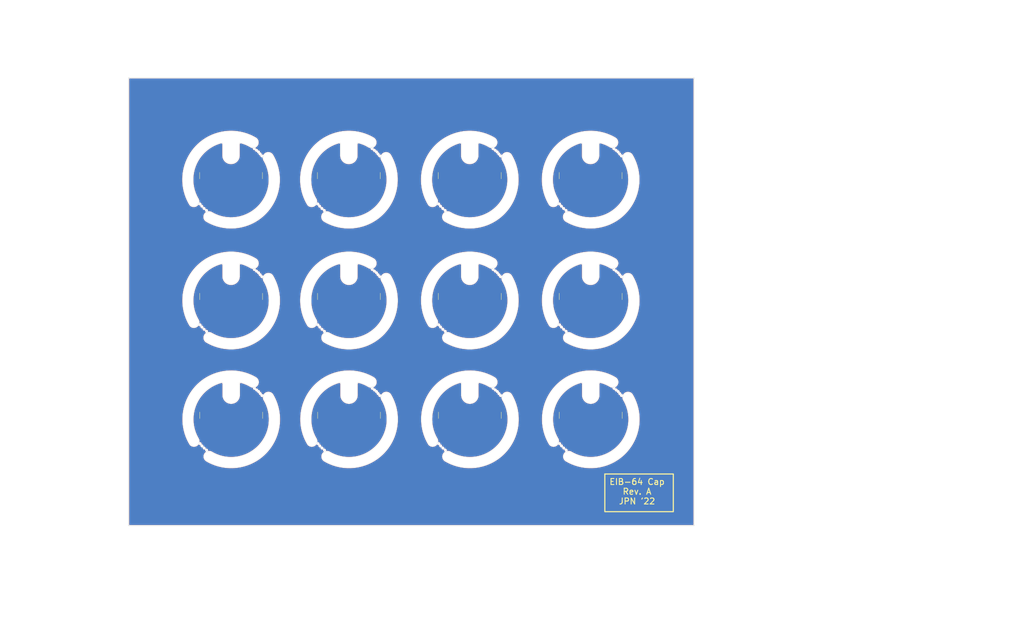
<source format=kicad_pcb>
(kicad_pcb (version 20211014) (generator pcbnew)
  (title_block (title "EIB-64 Cap") (rev "A") (company "Open Ephys, Inc.") (comment 1 "Jonathan Newman"))
  (layers (0 "F.Cu" signal) (31 "B.Cu" signal) (34 "B.Paste" user) (35 "F.Paste" user) (36 "B.SilkS" user "B.Silkscreen") (37 "F.SilkS" user "F.Silkscreen") (38 "B.Mask" user) (39 "F.Mask" user) (44 "Edge.Cuts" user))
  (net 0 "")
  (net 1 "GND")
  (footprint "LOGO" (layer "F.Cu") (at 81.28137 73.606371)
    (fp_text reference "G***" hide)
    (fp_text value "LOGO" hide)
  )
  (footprint "LOGO" (layer "F.Cu") (at 171.28137 103.406371)
    (fp_text reference "G***" hide)
    (fp_text value "LOGO" hide)
  )
  (footprint "jonnew:HIROSE_DF40C70DP04V51" (layer "F.Cu") (at 141.49675 67.787742)
    (fp_text reference "J3" hide)
    (fp_text value "DF40C-70DP-0.4V(51)" hide)
    (pad "1" smd rect (at -6.8 1.355) (size 0.23 0.66) (layers "F.Cu" "F.Paste" "F.Mask"))
    (pad "2" smd rect (at -6.8 -1.355) (size 0.23 0.66) (layers "F.Cu" "F.Paste" "F.Mask"))
    (pad "3" smd rect (at -6.4 1.355) (size 0.23 0.66) (layers "F.Cu" "F.Paste" "F.Mask"))
    (pad "4" smd rect (at -6.4 -1.355) (size 0.23 0.66) (layers "F.Cu" "F.Paste" "F.Mask"))
    (pad "5" smd rect (at -6 1.355) (size 0.23 0.66) (layers "F.Cu" "F.Paste" "F.Mask"))
    (pad "6" smd rect (at -6 -1.355) (size 0.23 0.66) (layers "F.Cu" "F.Paste" "F.Mask"))
    (pad "7" smd rect (at -5.6 1.355) (size 0.23 0.66) (layers "F.Cu" "F.Paste" "F.Mask"))
    (pad "8" smd rect (at -5.6 -1.355) (size 0.23 0.66) (layers "F.Cu" "F.Paste" "F.Mask"))
    (pad "9" smd rect (at -5.2 1.355) (size 0.23 0.66) (layers "F.Cu" "F.Paste" "F.Mask"))
    (pad "10" smd rect (at -5.2 -1.355) (size 0.23 0.66) (layers "F.Cu" "F.Paste" "F.Mask"))
    (pad "11" smd rect (at -4.8 1.355) (size 0.23 0.66) (layers "F.Cu" "F.Paste" "F.Mask"))
    (pad "12" smd rect (at -4.8 -1.355) (size 0.23 0.66) (layers "F.Cu" "F.Paste" "F.Mask"))
    (pad "13" smd rect (at -4.4 1.355) (size 0.23 0.66) (layers "F.Cu" "F.Paste" "F.Mask"))
    (pad "14" smd rect (at -4.4 -1.355) (size 0.23 0.66) (layers "F.Cu" "F.Paste" "F.Mask"))
    (pad "15" smd rect (at -4 1.355) (size 0.23 0.66) (layers "F.Cu" "F.Paste" "F.Mask"))
    (pad "16" smd rect (at -4 -1.355) (size 0.23 0.66) (layers "F.Cu" "F.Paste" "F.Mask"))
    (pad "17" smd rect (at -3.6 1.355) (size 0.23 0.66) (layers "F.Cu" "F.Paste" "F.Mask"))
    (pad "18" smd rect (at -3.6 -1.355) (size 0.23 0.66) (layers "F.Cu" "F.Paste" "F.Mask"))
    (pad "19" smd rect (at -3.2 1.355) (size 0.23 0.66) (layers "F.Cu" "F.Paste" "F.Mask"))
    (pad "20" smd rect (at -3.2 -1.355) (size 0.23 0.66) (layers "F.Cu" "F.Paste" "F.Mask"))
    (pad "21" smd rect (at -2.8 1.355) (size 0.23 0.66) (layers "F.Cu" "F.Paste" "F.Mask"))
    (pad "22" smd rect (at -2.8 -1.355) (size 0.23 0.66) (layers "F.Cu" "F.Paste" "F.Mask"))
    (pad "23" smd rect (at -2.4 1.355) (size 0.23 0.66) (layers "F.Cu" "F.Paste" "F.Mask"))
    (pad "24" smd rect (at -2.4 -1.355) (size 0.23 0.66) (layers "F.Cu" "F.Paste" "F.Mask"))
    (pad "25" smd rect (at -2 1.355) (size 0.23 0.66) (layers "F.Cu" "F.Paste" "F.Mask"))
    (pad "26" smd rect (at -2 -1.355) (size 0.23 0.66) (layers "F.Cu" "F.Paste" "F.Mask"))
    (pad "27" smd rect (at -1.6 1.355) (size 0.23 0.66) (layers "F.Cu" "F.Paste" "F.Mask"))
    (pad "28" smd rect (at -1.6 -1.355) (size 0.23 0.66) (layers "F.Cu" "F.Paste" "F.Mask"))
    (pad "29" smd rect (at -1.2 1.355) (size 0.23 0.66) (layers "F.Cu" "F.Paste" "F.Mask"))
    (pad "30" smd rect (at -1.2 -1.355) (size 0.23 0.66) (layers "F.Cu" "F.Paste" "F.Mask"))
    (pad "31" smd rect (at -0.8 1.355) (size 0.23 0.66) (layers "F.Cu" "F.Paste" "F.Mask"))
    (pad "32" smd rect (at -0.8 -1.355) (size 0.23 0.66) (layers "F.Cu" "F.Paste" "F.Mask"))
    (pad "33" smd rect (at -0.4 1.355) (size 0.23 0.66) (layers "F.Cu" "F.Paste" "F.Mask"))
    (pad "34" smd rect (at -0.4 -1.355) (size 0.23 0.66) (layers "F.Cu" "F.Paste" "F.Mask"))
    (pad "35" smd rect (at 0 1.355) (size 0.23 0.66) (layers "F.Cu" "F.Paste" "F.Mask"))
    (pad "36" smd rect (at 0 -1.355) (size 0.23 0.66) (layers "F.Cu" "F.Paste" "F.Mask"))
    (pad "37" smd rect (at 0.4 1.355) (size 0.23 0.66) (layers "F.Cu" "F.Paste" "F.Mask"))
    (pad "38" smd rect (at 0.4 -1.355) (size 0.23 0.66) (layers "F.Cu" "F.Paste" "F.Mask"))
    (pad "39" smd rect (at 0.8 1.355) (size 0.23 0.66) (layers "F.Cu" "F.Paste" "F.Mask"))
    (pad "40" smd rect (at 0.8 -1.355) (size 0.23 0.66) (layers "F.Cu" "F.Paste" "F.Mask"))
    (pad "41" smd rect (at 1.2 1.355) (size 0.23 0.66) (layers "F.Cu" "F.Paste" "F.Mask"))
    (pad "42" smd rect (at 1.2 -1.355) (size 0.23 0.66) (layers "F.Cu" "F.Paste" "F.Mask"))
    (pad "43" smd rect (at 1.6 1.355) (size 0.23 0.66) (layers "F.Cu" "F.Paste" "F.Mask"))
    (pad "44" smd rect (at 1.6 -1.355) (size 0.23 0.66) (layers "F.Cu" "F.Paste" "F.Mask"))
    (pad "45" smd rect (at 2 1.355) (size 0.23 0.66) (layers "F.Cu" "F.Paste" "F.Mask"))
    (pad "46" smd rect (at 2 -1.355) (size 0.23 0.66) (layers "F.Cu" "F.Paste" "F.Mask"))
    (pad "47" smd rect (at 2.4 1.355) (size 0.23 0.66) (layers "F.Cu" "F.Paste" "F.Mask"))
    (pad "48" smd rect (at 2.4 -1.355) (size 0.23 0.66) (layers "F.Cu" "F.Paste" "F.Mask"))
    (pad "49" smd rect (at 2.8 1.355) (size 0.23 0.66) (layers "F.Cu" "F.Paste" "F.Mask"))
    (pad "50" smd rect (at 2.8 -1.355) (size 0.23 0.66) (layers "F.Cu" "F.Paste" "F.Mask"))
    (pad "51" smd rect (at 3.2 1.355) (size 0.23 0.66) (layers "F.Cu" "F.Paste" "F.Mask"))
    (pad "52" smd rect (at 3.2 -1.355) (size 0.23 0.66) (layers "F.Cu" "F.Paste" "F.Mask"))
    (pad "53" smd rect (at 3.6 1.355) (size 0.23 0.66) (layers "F.Cu" "F.Paste" "F.Mask"))
    (pad "54" smd rect (at 3.6 -1.355) (size 0.23 0.66) (layers "F.Cu" "F.Paste" "F.Mask"))
    (pad "55" smd rect (at 4 1.355) (size 0.23 0.66) (layers "F.Cu" "F.Paste" "F.Mask"))
    (pad "56" smd rect (at 4 -1.355) (size 0.23 0.66) (layers "F.Cu" "F.Paste" "F.Mask"))
    (pad "57" smd rect (at 4.4 1.355) (size 0.23 0.66) (layers "F.Cu" "F.Paste" "F.Mask"))
    (pad "58" smd rect (at 4.4 -1.355) (size 0.23 0.66) (layers "F.Cu" "F.Paste" "F.Mask"))
    (pad "59" smd rect (at 4.8 1.355) (size 0.23 0.66) (layers "F.Cu" "F.Paste" "F.Mask"))
    (pad "60" smd rect (at 4.8 -1.355) (size 0.23 0.66) (layers "F.Cu" "F.Paste" "F.Mask"))
    (pad "61" smd rect (at 5.2 1.355) (size 0.23 0.66) (layers "F.Cu" "F.Paste" "F.Mask"))
    (pad "62" smd rect (at 5.2 -1.355) (size 0.23 0.66) (layers "F.Cu" "F.Paste" "F.Mask"))
    (pad "63" smd rect (at 5.6 1.355) (size 0.23 0.66) (layers "F.Cu" "F.Paste" "F.Mask"))
    (pad "64" smd rect (at 5.6 -1.355) (size 0.23 0.66) (layers "F.Cu" "F.Paste" "F.Mask"))
    (pad "65" smd rect (at 6 1.355) (size 0.23 0.66) (layers "F.Cu" "F.Paste" "F.Mask"))
    (pad "66" smd rect (at 6 -1.355) (size 0.23 0.66) (layers "F.Cu" "F.Paste" "F.Mask"))
    (pad "67" smd rect (at 6.4 1.355) (size 0.23 0.66) (layers "F.Cu" "F.Paste" "F.Mask"))
    (pad "68" smd rect (at 6.4 -1.355) (size 0.23 0.66) (layers "F.Cu" "F.Paste" "F.Mask"))
    (pad "69" smd rect (at 6.8 1.355) (size 0.23 0.66) (layers "F.Cu" "F.Paste" "F.Mask"))
    (pad "70" smd rect (at 6.8 -1.355) (size 0.23 0.66) (layers "F.Cu" "F.Paste" "F.Mask"))
    (pad "MP1" smd rect (at -7.275 1.355) (size 0.35 0.66) (layers "F.Cu" "F.Paste" "F.Mask") (net 1 "GND"))
    (pad "MP2" smd rect (at -7.275 -1.355) (size 0.35 0.66) (layers "F.Cu" "F.Paste" "F.Mask") (net 1 "GND"))
    (pad "MP3" smd rect (at 7.275 1.355) (size 0.35 0.66) (layers "F.Cu" "F.Paste" "F.Mask") (net 1 "GND"))
    (pad "MP4" smd rect (at 7.275 -1.355) (size 0.35 0.66) (layers "F.Cu" "F.Paste" "F.Mask") (net 1 "GND"))
  )
  (footprint "jonnew:HIROSE_DF40C70DP04V51" (layer "F.Cu") (at 82.24411 67.787742)
    (fp_text reference "J1" hide)
    (fp_text value "DF40C-70DP-0.4V(51)" hide)
    (pad "1" smd rect (at -6.8 1.355) (size 0.23 0.66) (layers "F.Cu" "F.Paste" "F.Mask"))
    (pad "2" smd rect (at -6.8 -1.355) (size 0.23 0.66) (layers "F.Cu" "F.Paste" "F.Mask"))
    (pad "3" smd rect (at -6.4 1.355) (size 0.23 0.66) (layers "F.Cu" "F.Paste" "F.Mask"))
    (pad "4" smd rect (at -6.4 -1.355) (size 0.23 0.66) (layers "F.Cu" "F.Paste" "F.Mask"))
    (pad "5" smd rect (at -6 1.355) (size 0.23 0.66) (layers "F.Cu" "F.Paste" "F.Mask"))
    (pad "6" smd rect (at -6 -1.355) (size 0.23 0.66) (layers "F.Cu" "F.Paste" "F.Mask"))
    (pad "7" smd rect (at -5.6 1.355) (size 0.23 0.66) (layers "F.Cu" "F.Paste" "F.Mask"))
    (pad "8" smd rect (at -5.6 -1.355) (size 0.23 0.66) (layers "F.Cu" "F.Paste" "F.Mask"))
    (pad "9" smd rect (at -5.2 1.355) (size 0.23 0.66) (layers "F.Cu" "F.Paste" "F.Mask"))
    (pad "10" smd rect (at -5.2 -1.355) (size 0.23 0.66) (layers "F.Cu" "F.Paste" "F.Mask"))
    (pad "11" smd rect (at -4.8 1.355) (size 0.23 0.66) (layers "F.Cu" "F.Paste" "F.Mask"))
    (pad "12" smd rect (at -4.8 -1.355) (size 0.23 0.66) (layers "F.Cu" "F.Paste" "F.Mask"))
    (pad "13" smd rect (at -4.4 1.355) (size 0.23 0.66) (layers "F.Cu" "F.Paste" "F.Mask"))
    (pad "14" smd rect (at -4.4 -1.355) (size 0.23 0.66) (layers "F.Cu" "F.Paste" "F.Mask"))
    (pad "15" smd rect (at -4 1.355) (size 0.23 0.66) (layers "F.Cu" "F.Paste" "F.Mask"))
    (pad "16" smd rect (at -4 -1.355) (size 0.23 0.66) (layers "F.Cu" "F.Paste" "F.Mask"))
    (pad "17" smd rect (at -3.6 1.355) (size 0.23 0.66) (layers "F.Cu" "F.Paste" "F.Mask"))
    (pad "18" smd rect (at -3.6 -1.355) (size 0.23 0.66) (layers "F.Cu" "F.Paste" "F.Mask"))
    (pad "19" smd rect (at -3.2 1.355) (size 0.23 0.66) (layers "F.Cu" "F.Paste" "F.Mask"))
    (pad "20" smd rect (at -3.2 -1.355) (size 0.23 0.66) (layers "F.Cu" "F.Paste" "F.Mask"))
    (pad "21" smd rect (at -2.8 1.355) (size 0.23 0.66) (layers "F.Cu" "F.Paste" "F.Mask"))
    (pad "22" smd rect (at -2.8 -1.355) (size 0.23 0.66) (layers "F.Cu" "F.Paste" "F.Mask"))
    (pad "23" smd rect (at -2.4 1.355) (size 0.23 0.66) (layers "F.Cu" "F.Paste" "F.Mask"))
    (pad "24" smd rect (at -2.4 -1.355) (size 0.23 0.66) (layers "F.Cu" "F.Paste" "F.Mask"))
    (pad "25" smd rect (at -2 1.355) (size 0.23 0.66) (layers "F.Cu" "F.Paste" "F.Mask"))
    (pad "26" smd rect (at -2 -1.355) (size 0.23 0.66) (layers "F.Cu" "F.Paste" "F.Mask"))
    (pad "27" smd rect (at -1.6 1.355) (size 0.23 0.66) (layers "F.Cu" "F.Paste" "F.Mask"))
    (pad "28" smd rect (at -1.6 -1.355) (size 0.23 0.66) (layers "F.Cu" "F.Paste" "F.Mask"))
    (pad "29" smd rect (at -1.2 1.355) (size 0.23 0.66) (layers "F.Cu" "F.Paste" "F.Mask"))
    (pad "30" smd rect (at -1.2 -1.355) (size 0.23 0.66) (layers "F.Cu" "F.Paste" "F.Mask"))
    (pad "31" smd rect (at -0.8 1.355) (size 0.23 0.66) (layers "F.Cu" "F.Paste" "F.Mask"))
    (pad "32" smd rect (at -0.8 -1.355) (size 0.23 0.66) (layers "F.Cu" "F.Paste" "F.Mask"))
    (pad "33" smd rect (at -0.4 1.355) (size 0.23 0.66) (layers "F.Cu" "F.Paste" "F.Mask"))
    (pad "34" smd rect (at -0.4 -1.355) (size 0.23 0.66) (layers "F.Cu" "F.Paste" "F.Mask"))
    (pad "35" smd rect (at 0 1.355) (size 0.23 0.66) (layers "F.Cu" "F.Paste" "F.Mask"))
    (pad "36" smd rect (at 0 -1.355) (size 0.23 0.66) (layers "F.Cu" "F.Paste" "F.Mask"))
    (pad "37" smd rect (at 0.4 1.355) (size 0.23 0.66) (layers "F.Cu" "F.Paste" "F.Mask"))
    (pad "38" smd rect (at 0.4 -1.355) (size 0.23 0.66) (layers "F.Cu" "F.Paste" "F.Mask"))
    (pad "39" smd rect (at 0.8 1.355) (size 0.23 0.66) (layers "F.Cu" "F.Paste" "F.Mask"))
    (pad "40" smd rect (at 0.8 -1.355) (size 0.23 0.66) (layers "F.Cu" "F.Paste" "F.Mask"))
    (pad "41" smd rect (at 1.2 1.355) (size 0.23 0.66) (layers "F.Cu" "F.Paste" "F.Mask"))
    (pad "42" smd rect (at 1.2 -1.355) (size 0.23 0.66) (layers "F.Cu" "F.Paste" "F.Mask"))
    (pad "43" smd rect (at 1.6 1.355) (size 0.23 0.66) (layers "F.Cu" "F.Paste" "F.Mask"))
    (pad "44" smd rect (at 1.6 -1.355) (size 0.23 0.66) (layers "F.Cu" "F.Paste" "F.Mask"))
    (pad "45" smd rect (at 2 1.355) (size 0.23 0.66) (layers "F.Cu" "F.Paste" "F.Mask"))
    (pad "46" smd rect (at 2 -1.355) (size 0.23 0.66) (layers "F.Cu" "F.Paste" "F.Mask"))
    (pad "47" smd rect (at 2.4 1.355) (size 0.23 0.66) (layers "F.Cu" "F.Paste" "F.Mask"))
    (pad "48" smd rect (at 2.4 -1.355) (size 0.23 0.66) (layers "F.Cu" "F.Paste" "F.Mask"))
    (pad "49" smd rect (at 2.8 1.355) (size 0.23 0.66) (layers "F.Cu" "F.Paste" "F.Mask"))
    (pad "50" smd rect (at 2.8 -1.355) (size 0.23 0.66) (layers "F.Cu" "F.Paste" "F.Mask"))
    (pad "51" smd rect (at 3.2 1.355) (size 0.23 0.66) (layers "F.Cu" "F.Paste" "F.Mask"))
    (pad "52" smd rect (at 3.2 -1.355) (size 0.23 0.66) (layers "F.Cu" "F.Paste" "F.Mask"))
    (pad "53" smd rect (at 3.6 1.355) (size 0.23 0.66) (layers "F.Cu" "F.Paste" "F.Mask"))
    (pad "54" smd rect (at 3.6 -1.355) (size 0.23 0.66) (layers "F.Cu" "F.Paste" "F.Mask"))
    (pad "55" smd rect (at 4 1.355) (size 0.23 0.66) (layers "F.Cu" "F.Paste" "F.Mask"))
    (pad "56" smd rect (at 4 -1.355) (size 0.23 0.66) (layers "F.Cu" "F.Paste" "F.Mask"))
    (pad "57" smd rect (at 4.4 1.355) (size 0.23 0.66) (layers "F.Cu" "F.Paste" "F.Mask"))
    (pad "58" smd rect (at 4.4 -1.355) (size 0.23 0.66) (layers "F.Cu" "F.Paste" "F.Mask"))
    (pad "59" smd rect (at 4.8 1.355) (size 0.23 0.66) (layers "F.Cu" "F.Paste" "F.Mask"))
    (pad "60" smd rect (at 4.8 -1.355) (size 0.23 0.66) (layers "F.Cu" "F.Paste" "F.Mask"))
    (pad "61" smd rect (at 5.2 1.355) (size 0.23 0.66) (layers "F.Cu" "F.Paste" "F.Mask"))
    (pad "62" smd rect (at 5.2 -1.355) (size 0.23 0.66) (layers "F.Cu" "F.Paste" "F.Mask"))
    (pad "63" smd rect (at 5.6 1.355) (size 0.23 0.66) (layers "F.Cu" "F.Paste" "F.Mask"))
    (pad "64" smd rect (at 5.6 -1.355) (size 0.23 0.66) (layers "F.Cu" "F.Paste" "F.Mask"))
    (pad "65" smd rect (at 6 1.355) (size 0.23 0.66) (layers "F.Cu" "F.Paste" "F.Mask"))
    (pad "66" smd rect (at 6 -1.355) (size 0.23 0.66) (layers "F.Cu" "F.Paste" "F.Mask"))
    (pad "67" smd rect (at 6.4 1.355) (size 0.23 0.66) (layers "F.Cu" "F.Paste" "F.Mask"))
    (pad "68" smd rect (at 6.4 -1.355) (size 0.23 0.66) (layers "F.Cu" "F.Paste" "F.Mask"))
    (pad "69" smd rect (at 6.8 1.355) (size 0.23 0.66) (layers "F.Cu" "F.Paste" "F.Mask"))
    (pad "70" smd rect (at 6.8 -1.355) (size 0.23 0.66) (layers "F.Cu" "F.Paste" "F.Mask"))
    (pad "MP1" smd rect (at -7.275 1.355) (size 0.35 0.66) (layers "F.Cu" "F.Paste" "F.Mask") (net 1 "GND"))
    (pad "MP2" smd rect (at -7.275 -1.355) (size 0.35 0.66) (layers "F.Cu" "F.Paste" "F.Mask") (net 1 "GND"))
    (pad "MP3" smd rect (at 7.275 1.355) (size 0.35 0.66) (layers "F.Cu" "F.Paste" "F.Mask") (net 1 "GND"))
    (pad "MP4" smd rect (at 7.275 -1.355) (size 0.35 0.66) (layers "F.Cu" "F.Paste" "F.Mask") (net 1 "GND"))
  )
  (footprint "LOGO" (layer "F.Cu") (at 141.28137 73.606371)
    (fp_text reference "G***" hide)
    (fp_text value "LOGO" hide)
  )
  (footprint "jonnew:HIROSE_DF40C70DP04V51" (layer "F.Cu") (at 111.49675 67.787742)
    (fp_text reference "J2" hide)
    (fp_text value "DF40C-70DP-0.4V(51)" hide)
    (pad "1" smd rect (at -6.8 1.355) (size 0.23 0.66) (layers "F.Cu" "F.Paste" "F.Mask"))
    (pad "2" smd rect (at -6.8 -1.355) (size 0.23 0.66) (layers "F.Cu" "F.Paste" "F.Mask"))
    (pad "3" smd rect (at -6.4 1.355) (size 0.23 0.66) (layers "F.Cu" "F.Paste" "F.Mask"))
    (pad "4" smd rect (at -6.4 -1.355) (size 0.23 0.66) (layers "F.Cu" "F.Paste" "F.Mask"))
    (pad "5" smd rect (at -6 1.355) (size 0.23 0.66) (layers "F.Cu" "F.Paste" "F.Mask"))
    (pad "6" smd rect (at -6 -1.355) (size 0.23 0.66) (layers "F.Cu" "F.Paste" "F.Mask"))
    (pad "7" smd rect (at -5.6 1.355) (size 0.23 0.66) (layers "F.Cu" "F.Paste" "F.Mask"))
    (pad "8" smd rect (at -5.6 -1.355) (size 0.23 0.66) (layers "F.Cu" "F.Paste" "F.Mask"))
    (pad "9" smd rect (at -5.2 1.355) (size 0.23 0.66) (layers "F.Cu" "F.Paste" "F.Mask"))
    (pad "10" smd rect (at -5.2 -1.355) (size 0.23 0.66) (layers "F.Cu" "F.Paste" "F.Mask"))
    (pad "11" smd rect (at -4.8 1.355) (size 0.23 0.66) (layers "F.Cu" "F.Paste" "F.Mask"))
    (pad "12" smd rect (at -4.8 -1.355) (size 0.23 0.66) (layers "F.Cu" "F.Paste" "F.Mask"))
    (pad "13" smd rect (at -4.4 1.355) (size 0.23 0.66) (layers "F.Cu" "F.Paste" "F.Mask"))
    (pad "14" smd rect (at -4.4 -1.355) (size 0.23 0.66) (layers "F.Cu" "F.Paste" "F.Mask"))
    (pad "15" smd rect (at -4 1.355) (size 0.23 0.66) (layers "F.Cu" "F.Paste" "F.Mask"))
    (pad "16" smd rect (at -4 -1.355) (size 0.23 0.66) (layers "F.Cu" "F.Paste" "F.Mask"))
    (pad "17" smd rect (at -3.6 1.355) (size 0.23 0.66) (layers "F.Cu" "F.Paste" "F.Mask"))
    (pad "18" smd rect (at -3.6 -1.355) (size 0.23 0.66) (layers "F.Cu" "F.Paste" "F.Mask"))
    (pad "19" smd rect (at -3.2 1.355) (size 0.23 0.66) (layers "F.Cu" "F.Paste" "F.Mask"))
    (pad "20" smd rect (at -3.2 -1.355) (size 0.23 0.66) (layers "F.Cu" "F.Paste" "F.Mask"))
    (pad "21" smd rect (at -2.8 1.355) (size 0.23 0.66) (layers "F.Cu" "F.Paste" "F.Mask"))
    (pad "22" smd rect (at -2.8 -1.355) (size 0.23 0.66) (layers "F.Cu" "F.Paste" "F.Mask"))
    (pad "23" smd rect (at -2.4 1.355) (size 0.23 0.66) (layers "F.Cu" "F.Paste" "F.Mask"))
    (pad "24" smd rect (at -2.4 -1.355) (size 0.23 0.66) (layers "F.Cu" "F.Paste" "F.Mask"))
    (pad "25" smd rect (at -2 1.355) (size 0.23 0.66) (layers "F.Cu" "F.Paste" "F.Mask"))
    (pad "26" smd rect (at -2 -1.355) (size 0.23 0.66) (layers "F.Cu" "F.Paste" "F.Mask"))
    (pad "27" smd rect (at -1.6 1.355) (size 0.23 0.66) (layers "F.Cu" "F.Paste" "F.Mask"))
    (pad "28" smd rect (at -1.6 -1.355) (size 0.23 0.66) (layers "F.Cu" "F.Paste" "F.Mask"))
    (pad "29" smd rect (at -1.2 1.355) (size 0.23 0.66) (layers "F.Cu" "F.Paste" "F.Mask"))
    (pad "30" smd rect (at -1.2 -1.355) (size 0.23 0.66) (layers "F.Cu" "F.Paste" "F.Mask"))
    (pad "31" smd rect (at -0.8 1.355) (size 0.23 0.66) (layers "F.Cu" "F.Paste" "F.Mask"))
    (pad "32" smd rect (at -0.8 -1.355) (size 0.23 0.66) (layers "F.Cu" "F.Paste" "F.Mask"))
    (pad "33" smd rect (at -0.4 1.355) (size 0.23 0.66) (layers "F.Cu" "F.Paste" "F.Mask"))
    (pad "34" smd rect (at -0.4 -1.355) (size 0.23 0.66) (layers "F.Cu" "F.Paste" "F.Mask"))
    (pad "35" smd rect (at 0 1.355) (size 0.23 0.66) (layers "F.Cu" "F.Paste" "F.Mask"))
    (pad "36" smd rect (at 0 -1.355) (size 0.23 0.66) (layers "F.Cu" "F.Paste" "F.Mask"))
    (pad "37" smd rect (at 0.4 1.355) (size 0.23 0.66) (layers "F.Cu" "F.Paste" "F.Mask"))
    (pad "38" smd rect (at 0.4 -1.355) (size 0.23 0.66) (layers "F.Cu" "F.Paste" "F.Mask"))
    (pad "39" smd rect (at 0.8 1.355) (size 0.23 0.66) (layers "F.Cu" "F.Paste" "F.Mask"))
    (pad "40" smd rect (at 0.8 -1.355) (size 0.23 0.66) (layers "F.Cu" "F.Paste" "F.Mask"))
    (pad "41" smd rect (at 1.2 1.355) (size 0.23 0.66) (layers "F.Cu" "F.Paste" "F.Mask"))
    (pad "42" smd rect (at 1.2 -1.355) (size 0.23 0.66) (layers "F.Cu" "F.Paste" "F.Mask"))
    (pad "43" smd rect (at 1.6 1.355) (size 0.23 0.66) (layers "F.Cu" "F.Paste" "F.Mask"))
    (pad "44" smd rect (at 1.6 -1.355) (size 0.23 0.66) (layers "F.Cu" "F.Paste" "F.Mask"))
    (pad "45" smd rect (at 2 1.355) (size 0.23 0.66) (layers "F.Cu" "F.Paste" "F.Mask"))
    (pad "46" smd rect (at 2 -1.355) (size 0.23 0.66) (layers "F.Cu" "F.Paste" "F.Mask"))
    (pad "47" smd rect (at 2.4 1.355) (size 0.23 0.66) (layers "F.Cu" "F.Paste" "F.Mask"))
    (pad "48" smd rect (at 2.4 -1.355) (size 0.23 0.66) (layers "F.Cu" "F.Paste" "F.Mask"))
    (pad "49" smd rect (at 2.8 1.355) (size 0.23 0.66) (layers "F.Cu" "F.Paste" "F.Mask"))
    (pad "50" smd rect (at 2.8 -1.355) (size 0.23 0.66) (layers "F.Cu" "F.Paste" "F.Mask"))
    (pad "51" smd rect (at 3.2 1.355) (size 0.23 0.66) (layers "F.Cu" "F.Paste" "F.Mask"))
    (pad "52" smd rect (at 3.2 -1.355) (size 0.23 0.66) (layers "F.Cu" "F.Paste" "F.Mask"))
    (pad "53" smd rect (at 3.6 1.355) (size 0.23 0.66) (layers "F.Cu" "F.Paste" "F.Mask"))
    (pad "54" smd rect (at 3.6 -1.355) (size 0.23 0.66) (layers "F.Cu" "F.Paste" "F.Mask"))
    (pad "55" smd rect (at 4 1.355) (size 0.23 0.66) (layers "F.Cu" "F.Paste" "F.Mask"))
    (pad "56" smd rect (at 4 -1.355) (size 0.23 0.66) (layers "F.Cu" "F.Paste" "F.Mask"))
    (pad "57" smd rect (at 4.4 1.355) (size 0.23 0.66) (layers "F.Cu" "F.Paste" "F.Mask"))
    (pad "58" smd rect (at 4.4 -1.355) (size 0.23 0.66) (layers "F.Cu" "F.Paste" "F.Mask"))
    (pad "59" smd rect (at 4.8 1.355) (size 0.23 0.66) (layers "F.Cu" "F.Paste" "F.Mask"))
    (pad "60" smd rect (at 4.8 -1.355) (size 0.23 0.66) (layers "F.Cu" "F.Paste" "F.Mask"))
    (pad "61" smd rect (at 5.2 1.355) (size 0.23 0.66) (layers "F.Cu" "F.Paste" "F.Mask"))
    (pad "62" smd rect (at 5.2 -1.355) (size 0.23 0.66) (layers "F.Cu" "F.Paste" "F.Mask"))
    (pad "63" smd rect (at 5.6 1.355) (size 0.23 0.66) (layers "F.Cu" "F.Paste" "F.Mask"))
    (pad "64" smd rect (at 5.6 -1.355) (size 0.23 0.66) (layers "F.Cu" "F.Paste" "F.Mask"))
    (pad "65" smd rect (at 6 1.355) (size 0.23 0.66) (layers "F.Cu" "F.Paste" "F.Mask"))
    (pad "66" smd rect (at 6 -1.355) (size 0.23 0.66) (layers "F.Cu" "F.Paste" "F.Mask"))
    (pad "67" smd rect (at 6.4 1.355) (size 0.23 0.66) (layers "F.Cu" "F.Paste" "F.Mask"))
    (pad "68" smd rect (at 6.4 -1.355) (size 0.23 0.66) (layers "F.Cu" "F.Paste" "F.Mask"))
    (pad "69" smd rect (at 6.8 1.355) (size 0.23 0.66) (layers "F.Cu" "F.Paste" "F.Mask"))
    (pad "70" smd rect (at 6.8 -1.355) (size 0.23 0.66) (layers "F.Cu" "F.Paste" "F.Mask"))
    (pad "MP1" smd rect (at -7.275 1.355) (size 0.35 0.66) (layers "F.Cu" "F.Paste" "F.Mask") (net 1 "GND"))
    (pad "MP2" smd rect (at -7.275 -1.355) (size 0.35 0.66) (layers "F.Cu" "F.Paste" "F.Mask") (net 1 "GND"))
    (pad "MP3" smd rect (at 7.275 1.355) (size 0.35 0.66) (layers "F.Cu" "F.Paste" "F.Mask") (net 1 "GND"))
    (pad "MP4" smd rect (at 7.275 -1.355) (size 0.35 0.66) (layers "F.Cu" "F.Paste" "F.Mask") (net 1 "GND"))
  )
  (footprint "LOGO" (layer "F.Cu") (at 111.28137 103.406371)
    (fp_text reference "G***" hide)
    (fp_text value "LOGO" hide)
  )
  (footprint "LOGO" (layer "F.Cu") (at 81.28137 103.406371)
    (fp_text reference "G***" hide)
    (fp_text value "LOGO" hide)
  )
  (footprint "LOGO" (layer "F.Cu") (at 81.28137 133.206371)
    (fp_text reference "G***" hide)
    (fp_text value "LOGO" hide)
  )
  (footprint "LOGO" (layer "F.Cu") (at 111.28137 73.606371)
    (fp_text reference "G***" hide)
    (fp_text value "LOGO" hide)
  )
  (footprint "jonnew:HIROSE_DF40C70DP04V51" (layer "F.Cu") (at 171.49675 67.787742)
    (fp_text reference "J4" hide)
    (fp_text value "DF40C-70DP-0.4V(51)" hide)
    (pad "1" smd rect (at -6.8 1.355) (size 0.23 0.66) (layers "F.Cu" "F.Paste" "F.Mask"))
    (pad "2" smd rect (at -6.8 -1.355) (size 0.23 0.66) (layers "F.Cu" "F.Paste" "F.Mask"))
    (pad "3" smd rect (at -6.4 1.355) (size 0.23 0.66) (layers "F.Cu" "F.Paste" "F.Mask"))
    (pad "4" smd rect (at -6.4 -1.355) (size 0.23 0.66) (layers "F.Cu" "F.Paste" "F.Mask"))
    (pad "5" smd rect (at -6 1.355) (size 0.23 0.66) (layers "F.Cu" "F.Paste" "F.Mask"))
    (pad "6" smd rect (at -6 -1.355) (size 0.23 0.66) (layers "F.Cu" "F.Paste" "F.Mask"))
    (pad "7" smd rect (at -5.6 1.355) (size 0.23 0.66) (layers "F.Cu" "F.Paste" "F.Mask"))
    (pad "8" smd rect (at -5.6 -1.355) (size 0.23 0.66) (layers "F.Cu" "F.Paste" "F.Mask"))
    (pad "9" smd rect (at -5.2 1.355) (size 0.23 0.66) (layers "F.Cu" "F.Paste" "F.Mask"))
    (pad "10" smd rect (at -5.2 -1.355) (size 0.23 0.66) (layers "F.Cu" "F.Paste" "F.Mask"))
    (pad "11" smd rect (at -4.8 1.355) (size 0.23 0.66) (layers "F.Cu" "F.Paste" "F.Mask"))
    (pad "12" smd rect (at -4.8 -1.355) (size 0.23 0.66) (layers "F.Cu" "F.Paste" "F.Mask"))
    (pad "13" smd rect (at -4.4 1.355) (size 0.23 0.66) (layers "F.Cu" "F.Paste" "F.Mask"))
    (pad "14" smd rect (at -4.4 -1.355) (size 0.23 0.66) (layers "F.Cu" "F.Paste" "F.Mask"))
    (pad "15" smd rect (at -4 1.355) (size 0.23 0.66) (layers "F.Cu" "F.Paste" "F.Mask"))
    (pad "16" smd rect (at -4 -1.355) (size 0.23 0.66) (layers "F.Cu" "F.Paste" "F.Mask"))
    (pad "17" smd rect (at -3.6 1.355) (size 0.23 0.66) (layers "F.Cu" "F.Paste" "F.Mask"))
    (pad "18" smd rect (at -3.6 -1.355) (size 0.23 0.66) (layers "F.Cu" "F.Paste" "F.Mask"))
    (pad "19" smd rect (at -3.2 1.355) (size 0.23 0.66) (layers "F.Cu" "F.Paste" "F.Mask"))
    (pad "20" smd rect (at -3.2 -1.355) (size 0.23 0.66) (layers "F.Cu" "F.Paste" "F.Mask"))
    (pad "21" smd rect (at -2.8 1.355) (size 0.23 0.66) (layers "F.Cu" "F.Paste" "F.Mask"))
    (pad "22" smd rect (at -2.8 -1.355) (size 0.23 0.66) (layers "F.Cu" "F.Paste" "F.Mask"))
    (pad "23" smd rect (at -2.4 1.355) (size 0.23 0.66) (layers "F.Cu" "F.Paste" "F.Mask"))
    (pad "24" smd rect (at -2.4 -1.355) (size 0.23 0.66) (layers "F.Cu" "F.Paste" "F.Mask"))
    (pad "25" smd rect (at -2 1.355) (size 0.23 0.66) (layers "F.Cu" "F.Paste" "F.Mask"))
    (pad "26" smd rect (at -2 -1.355) (size 0.23 0.66) (layers "F.Cu" "F.Paste" "F.Mask"))
    (pad "27" smd rect (at -1.6 1.355) (size 0.23 0.66) (layers "F.Cu" "F.Paste" "F.Mask"))
    (pad "28" smd rect (at -1.6 -1.355) (size 0.23 0.66) (layers "F.Cu" "F.Paste" "F.Mask"))
    (pad "29" smd rect (at -1.2 1.355) (size 0.23 0.66) (layers "F.Cu" "F.Paste" "F.Mask"))
    (pad "30" smd rect (at -1.2 -1.355) (size 0.23 0.66) (layers "F.Cu" "F.Paste" "F.Mask"))
    (pad "31" smd rect (at -0.8 1.355) (size 0.23 0.66) (layers "F.Cu" "F.Paste" "F.Mask"))
    (pad "32" smd rect (at -0.8 -1.355) (size 0.23 0.66) (layers "F.Cu" "F.Paste" "F.Mask"))
    (pad "33" smd rect (at -0.4 1.355) (size 0.23 0.66) (layers "F.Cu" "F.Paste" "F.Mask"))
    (pad "34" smd rect (at -0.4 -1.355) (size 0.23 0.66) (layers "F.Cu" "F.Paste" "F.Mask"))
    (pad "35" smd rect (at 0 1.355) (size 0.23 0.66) (layers "F.Cu" "F.Paste" "F.Mask"))
    (pad "36" smd rect (at 0 -1.355) (size 0.23 0.66) (layers "F.Cu" "F.Paste" "F.Mask"))
    (pad "37" smd rect (at 0.4 1.355) (size 0.23 0.66) (layers "F.Cu" "F.Paste" "F.Mask"))
    (pad "38" smd rect (at 0.4 -1.355) (size 0.23 0.66) (layers "F.Cu" "F.Paste" "F.Mask"))
    (pad "39" smd rect (at 0.8 1.355) (size 0.23 0.66) (layers "F.Cu" "F.Paste" "F.Mask"))
    (pad "40" smd rect (at 0.8 -1.355) (size 0.23 0.66) (layers "F.Cu" "F.Paste" "F.Mask"))
    (pad "41" smd rect (at 1.2 1.355) (size 0.23 0.66) (layers "F.Cu" "F.Paste" "F.Mask"))
    (pad "42" smd rect (at 1.2 -1.355) (size 0.23 0.66) (layers "F.Cu" "F.Paste" "F.Mask"))
    (pad "43" smd rect (at 1.6 1.355) (size 0.23 0.66) (layers "F.Cu" "F.Paste" "F.Mask"))
    (pad "44" smd rect (at 1.6 -1.355) (size 0.23 0.66) (layers "F.Cu" "F.Paste" "F.Mask"))
    (pad "45" smd rect (at 2 1.355) (size 0.23 0.66) (layers "F.Cu" "F.Paste" "F.Mask"))
    (pad "46" smd rect (at 2 -1.355) (size 0.23 0.66) (layers "F.Cu" "F.Paste" "F.Mask"))
    (pad "47" smd rect (at 2.4 1.355) (size 0.23 0.66) (layers "F.Cu" "F.Paste" "F.Mask"))
    (pad "48" smd rect (at 2.4 -1.355) (size 0.23 0.66) (layers "F.Cu" "F.Paste" "F.Mask"))
    (pad "49" smd rect (at 2.8 1.355) (size 0.23 0.66) (layers "F.Cu" "F.Paste" "F.Mask"))
    (pad "50" smd rect (at 2.8 -1.355) (size 0.23 0.66) (layers "F.Cu" "F.Paste" "F.Mask"))
    (pad "51" smd rect (at 3.2 1.355) (size 0.23 0.66) (layers "F.Cu" "F.Paste" "F.Mask"))
    (pad "52" smd rect (at 3.2 -1.355) (size 0.23 0.66) (layers "F.Cu" "F.Paste" "F.Mask"))
    (pad "53" smd rect (at 3.6 1.355) (size 0.23 0.66) (layers "F.Cu" "F.Paste" "F.Mask"))
    (pad "54" smd rect (at 3.6 -1.355) (size 0.23 0.66) (layers "F.Cu" "F.Paste" "F.Mask"))
    (pad "55" smd rect (at 4 1.355) (size 0.23 0.66) (layers "F.Cu" "F.Paste" "F.Mask"))
    (pad "56" smd rect (at 4 -1.355) (size 0.23 0.66) (layers "F.Cu" "F.Paste" "F.Mask"))
    (pad "57" smd rect (at 4.4 1.355) (size 0.23 0.66) (layers "F.Cu" "F.Paste" "F.Mask"))
    (pad "58" smd rect (at 4.4 -1.355) (size 0.23 0.66) (layers "F.Cu" "F.Paste" "F.Mask"))
    (pad "59" smd rect (at 4.8 1.355) (size 0.23 0.66) (layers "F.Cu" "F.Paste" "F.Mask"))
    (pad "60" smd rect (at 4.8 -1.355) (size 0.23 0.66) (layers "F.Cu" "F.Paste" "F.Mask"))
    (pad "61" smd rect (at 5.2 1.355) (size 0.23 0.66) (layers "F.Cu" "F.Paste" "F.Mask"))
    (pad "62" smd rect (at 5.2 -1.355) (size 0.23 0.66) (layers "F.Cu" "F.Paste" "F.Mask"))
    (pad "63" smd rect (at 5.6 1.355) (size 0.23 0.66) (layers "F.Cu" "F.Paste" "F.Mask"))
    (pad "64" smd rect (at 5.6 -1.355) (size 0.23 0.66) (layers "F.Cu" "F.Paste" "F.Mask"))
    (pad "65" smd rect (at 6 1.355) (size 0.23 0.66) (layers "F.Cu" "F.Paste" "F.Mask"))
    (pad "66" smd rect (at 6 -1.355) (size 0.23 0.66) (layers "F.Cu" "F.Paste" "F.Mask"))
    (pad "67" smd rect (at 6.4 1.355) (size 0.23 0.66) (layers "F.Cu" "F.Paste" "F.Mask"))
    (pad "68" smd rect (at 6.4 -1.355) (size 0.23 0.66) (layers "F.Cu" "F.Paste" "F.Mask"))
    (pad "69" smd rect (at 6.8 1.355) (size 0.23 0.66) (layers "F.Cu" "F.Paste" "F.Mask"))
    (pad "70" smd rect (at 6.8 -1.355) (size 0.23 0.66) (layers "F.Cu" "F.Paste" "F.Mask"))
    (pad "MP1" smd rect (at -7.275 1.355) (size 0.35 0.66) (layers "F.Cu" "F.Paste" "F.Mask") (net 1 "GND"))
    (pad "MP2" smd rect (at -7.275 -1.355) (size 0.35 0.66) (layers "F.Cu" "F.Paste" "F.Mask") (net 1 "GND"))
    (pad "MP3" smd rect (at 7.275 1.355) (size 0.35 0.66) (layers "F.Cu" "F.Paste" "F.Mask") (net 1 "GND"))
    (pad "MP4" smd rect (at 7.275 -1.355) (size 0.35 0.66) (layers "F.Cu" "F.Paste" "F.Mask") (net 1 "GND"))
  )
  (footprint "jonnew:HIROSE_DF40C70DP04V51" (layer "F.Cu") (at 82.28137 127.281371)
    (fp_text reference "J9" hide)
    (fp_text value "DF40C-70DP-0.4V(51)" hide)
    (pad "1" smd rect (at -6.8 1.355) (size 0.23 0.66) (layers "F.Cu" "F.Paste" "F.Mask"))
    (pad "2" smd rect (at -6.8 -1.355) (size 0.23 0.66) (layers "F.Cu" "F.Paste" "F.Mask"))
    (pad "3" smd rect (at -6.4 1.355) (size 0.23 0.66) (layers "F.Cu" "F.Paste" "F.Mask"))
    (pad "4" smd rect (at -6.4 -1.355) (size 0.23 0.66) (layers "F.Cu" "F.Paste" "F.Mask"))
    (pad "5" smd rect (at -6 1.355) (size 0.23 0.66) (layers "F.Cu" "F.Paste" "F.Mask"))
    (pad "6" smd rect (at -6 -1.355) (size 0.23 0.66) (layers "F.Cu" "F.Paste" "F.Mask"))
    (pad "7" smd rect (at -5.6 1.355) (size 0.23 0.66) (layers "F.Cu" "F.Paste" "F.Mask"))
    (pad "8" smd rect (at -5.6 -1.355) (size 0.23 0.66) (layers "F.Cu" "F.Paste" "F.Mask"))
    (pad "9" smd rect (at -5.2 1.355) (size 0.23 0.66) (layers "F.Cu" "F.Paste" "F.Mask"))
    (pad "10" smd rect (at -5.2 -1.355) (size 0.23 0.66) (layers "F.Cu" "F.Paste" "F.Mask"))
    (pad "11" smd rect (at -4.8 1.355) (size 0.23 0.66) (layers "F.Cu" "F.Paste" "F.Mask"))
    (pad "12" smd rect (at -4.8 -1.355) (size 0.23 0.66) (layers "F.Cu" "F.Paste" "F.Mask"))
    (pad "13" smd rect (at -4.4 1.355) (size 0.23 0.66) (layers "F.Cu" "F.Paste" "F.Mask"))
    (pad "14" smd rect (at -4.4 -1.355) (size 0.23 0.66) (layers "F.Cu" "F.Paste" "F.Mask"))
    (pad "15" smd rect (at -4 1.355) (size 0.23 0.66) (layers "F.Cu" "F.Paste" "F.Mask"))
    (pad "16" smd rect (at -4 -1.355) (size 0.23 0.66) (layers "F.Cu" "F.Paste" "F.Mask"))
    (pad "17" smd rect (at -3.6 1.355) (size 0.23 0.66) (layers "F.Cu" "F.Paste" "F.Mask"))
    (pad "18" smd rect (at -3.6 -1.355) (size 0.23 0.66) (layers "F.Cu" "F.Paste" "F.Mask"))
    (pad "19" smd rect (at -3.2 1.355) (size 0.23 0.66) (layers "F.Cu" "F.Paste" "F.Mask"))
    (pad "20" smd rect (at -3.2 -1.355) (size 0.23 0.66) (layers "F.Cu" "F.Paste" "F.Mask"))
    (pad "21" smd rect (at -2.8 1.355) (size 0.23 0.66) (layers "F.Cu" "F.Paste" "F.Mask"))
    (pad "22" smd rect (at -2.8 -1.355) (size 0.23 0.66) (layers "F.Cu" "F.Paste" "F.Mask"))
    (pad "23" smd rect (at -2.4 1.355) (size 0.23 0.66) (layers "F.Cu" "F.Paste" "F.Mask"))
    (pad "24" smd rect (at -2.4 -1.355) (size 0.23 0.66) (layers "F.Cu" "F.Paste" "F.Mask"))
    (pad "25" smd rect (at -2 1.355) (size 0.23 0.66) (layers "F.Cu" "F.Paste" "F.Mask"))
    (pad "26" smd rect (at -2 -1.355) (size 0.23 0.66) (layers "F.Cu" "F.Paste" "F.Mask"))
    (pad "27" smd rect (at -1.6 1.355) (size 0.23 0.66) (layers "F.Cu" "F.Paste" "F.Mask"))
    (pad "28" smd rect (at -1.6 -1.355) (size 0.23 0.66) (layers "F.Cu" "F.Paste" "F.Mask"))
    (pad "29" smd rect (at -1.2 1.355) (size 0.23 0.66) (layers "F.Cu" "F.Paste" "F.Mask"))
    (pad "30" smd rect (at -1.2 -1.355) (size 0.23 0.66) (layers "F.Cu" "F.Paste" "F.Mask"))
    (pad "31" smd rect (at -0.8 1.355) (size 0.23 0.66) (layers "F.Cu" "F.Paste" "F.Mask"))
    (pad "32" smd rect (at -0.8 -1.355) (size 0.23 0.66) (layers "F.Cu" "F.Paste" "F.Mask"))
    (pad "33" smd rect (at -0.4 1.355) (size 0.23 0.66) (layers "F.Cu" "F.Paste" "F.Mask"))
    (pad "34" smd rect (at -0.4 -1.355) (size 0.23 0.66) (layers "F.Cu" "F.Paste" "F.Mask"))
    (pad "35" smd rect (at 0 1.355) (size 0.23 0.66) (layers "F.Cu" "F.Paste" "F.Mask"))
    (pad "36" smd rect (at 0 -1.355) (size 0.23 0.66) (layers "F.Cu" "F.Paste" "F.Mask"))
    (pad "37" smd rect (at 0.4 1.355) (size 0.23 0.66) (layers "F.Cu" "F.Paste" "F.Mask"))
    (pad "38" smd rect (at 0.4 -1.355) (size 0.23 0.66) (layers "F.Cu" "F.Paste" "F.Mask"))
    (pad "39" smd rect (at 0.8 1.355) (size 0.23 0.66) (layers "F.Cu" "F.Paste" "F.Mask"))
    (pad "40" smd rect (at 0.8 -1.355) (size 0.23 0.66) (layers "F.Cu" "F.Paste" "F.Mask"))
    (pad "41" smd rect (at 1.2 1.355) (size 0.23 0.66) (layers "F.Cu" "F.Paste" "F.Mask"))
    (pad "42" smd rect (at 1.2 -1.355) (size 0.23 0.66) (layers "F.Cu" "F.Paste" "F.Mask"))
    (pad "43" smd rect (at 1.6 1.355) (size 0.23 0.66) (layers "F.Cu" "F.Paste" "F.Mask"))
    (pad "44" smd rect (at 1.6 -1.355) (size 0.23 0.66) (layers "F.Cu" "F.Paste" "F.Mask"))
    (pad "45" smd rect (at 2 1.355) (size 0.23 0.66) (layers "F.Cu" "F.Paste" "F.Mask"))
    (pad "46" smd rect (at 2 -1.355) (size 0.23 0.66) (layers "F.Cu" "F.Paste" "F.Mask"))
    (pad "47" smd rect (at 2.4 1.355) (size 0.23 0.66) (layers "F.Cu" "F.Paste" "F.Mask"))
    (pad "48" smd rect (at 2.4 -1.355) (size 0.23 0.66) (layers "F.Cu" "F.Paste" "F.Mask"))
    (pad "49" smd rect (at 2.8 1.355) (size 0.23 0.66) (layers "F.Cu" "F.Paste" "F.Mask"))
    (pad "50" smd rect (at 2.8 -1.355) (size 0.23 0.66) (layers "F.Cu" "F.Paste" "F.Mask"))
    (pad "51" smd rect (at 3.2 1.355) (size 0.23 0.66) (layers "F.Cu" "F.Paste" "F.Mask"))
    (pad "52" smd rect (at 3.2 -1.355) (size 0.23 0.66) (layers "F.Cu" "F.Paste" "F.Mask"))
    (pad "53" smd rect (at 3.6 1.355) (size 0.23 0.66) (layers "F.Cu" "F.Paste" "F.Mask"))
    (pad "54" smd rect (at 3.6 -1.355) (size 0.23 0.66) (layers "F.Cu" "F.Paste" "F.Mask"))
    (pad "55" smd rect (at 4 1.355) (size 0.23 0.66) (layers "F.Cu" "F.Paste" "F.Mask"))
    (pad "56" smd rect (at 4 -1.355) (size 0.23 0.66) (layers "F.Cu" "F.Paste" "F.Mask"))
    (pad "57" smd rect (at 4.4 1.355) (size 0.23 0.66) (layers "F.Cu" "F.Paste" "F.Mask"))
    (pad "58" smd rect (at 4.4 -1.355) (size 0.23 0.66) (layers "F.Cu" "F.Paste" "F.Mask"))
    (pad "59" smd rect (at 4.8 1.355) (size 0.23 0.66) (layers "F.Cu" "F.Paste" "F.Mask"))
    (pad "60" smd rect (at 4.8 -1.355) (size 0.23 0.66) (layers "F.Cu" "F.Paste" "F.Mask"))
    (pad "61" smd rect (at 5.2 1.355) (size 0.23 0.66) (layers "F.Cu" "F.Paste" "F.Mask"))
    (pad "62" smd rect (at 5.2 -1.355) (size 0.23 0.66) (layers "F.Cu" "F.Paste" "F.Mask"))
    (pad "63" smd rect (at 5.6 1.355) (size 0.23 0.66) (layers "F.Cu" "F.Paste" "F.Mask"))
    (pad "64" smd rect (at 5.6 -1.355) (size 0.23 0.66) (layers "F.Cu" "F.Paste" "F.Mask"))
    (pad "65" smd rect (at 6 1.355) (size 0.23 0.66) (layers "F.Cu" "F.Paste" "F.Mask"))
    (pad "66" smd rect (at 6 -1.355) (size 0.23 0.66) (layers "F.Cu" "F.Paste" "F.Mask"))
    (pad "67" smd rect (at 6.4 1.355) (size 0.23 0.66) (layers "F.Cu" "F.Paste" "F.Mask"))
    (pad "68" smd rect (at 6.4 -1.355) (size 0.23 0.66) (layers "F.Cu" "F.Paste" "F.Mask"))
    (pad "69" smd rect (at 6.8 1.355) (size 0.23 0.66) (layers "F.Cu" "F.Paste" "F.Mask"))
    (pad "70" smd rect (at 6.8 -1.355) (size 0.23 0.66) (layers "F.Cu" "F.Paste" "F.Mask"))
    (pad "MP1" smd rect (at -7.275 1.355) (size 0.35 0.66) (layers "F.Cu" "F.Paste" "F.Mask") (net 1 "GND"))
    (pad "MP2" smd rect (at -7.275 -1.355) (size 0.35 0.66) (layers "F.Cu" "F.Paste" "F.Mask") (net 1 "GND"))
    (pad "MP3" smd rect (at 7.275 1.355) (size 0.35 0.66) (layers "F.Cu" "F.Paste" "F.Mask") (net 1 "GND"))
    (pad "MP4" smd rect (at 7.275 -1.355) (size 0.35 0.66) (layers "F.Cu" "F.Paste" "F.Mask") (net 1 "GND"))
  )
  (footprint "jonnew:HIROSE_DF40C70DP04V51" (layer "F.Cu") (at 111.53401 127.281371)
    (fp_text reference "J10" hide)
    (fp_text value "DF40C-70DP-0.4V(51)" hide)
    (pad "1" smd rect (at -6.8 1.355) (size 0.23 0.66) (layers "F.Cu" "F.Paste" "F.Mask"))
    (pad "2" smd rect (at -6.8 -1.355) (size 0.23 0.66) (layers "F.Cu" "F.Paste" "F.Mask"))
    (pad "3" smd rect (at -6.4 1.355) (size 0.23 0.66) (layers "F.Cu" "F.Paste" "F.Mask"))
    (pad "4" smd rect (at -6.4 -1.355) (size 0.23 0.66) (layers "F.Cu" "F.Paste" "F.Mask"))
    (pad "5" smd rect (at -6 1.355) (size 0.23 0.66) (layers "F.Cu" "F.Paste" "F.Mask"))
    (pad "6" smd rect (at -6 -1.355) (size 0.23 0.66) (layers "F.Cu" "F.Paste" "F.Mask"))
    (pad "7" smd rect (at -5.6 1.355) (size 0.23 0.66) (layers "F.Cu" "F.Paste" "F.Mask"))
    (pad "8" smd rect (at -5.6 -1.355) (size 0.23 0.66) (layers "F.Cu" "F.Paste" "F.Mask"))
    (pad "9" smd rect (at -5.2 1.355) (size 0.23 0.66) (layers "F.Cu" "F.Paste" "F.Mask"))
    (pad "10" smd rect (at -5.2 -1.355) (size 0.23 0.66) (layers "F.Cu" "F.Paste" "F.Mask"))
    (pad "11" smd rect (at -4.8 1.355) (size 0.23 0.66) (layers "F.Cu" "F.Paste" "F.Mask"))
    (pad "12" smd rect (at -4.8 -1.355) (size 0.23 0.66) (layers "F.Cu" "F.Paste" "F.Mask"))
    (pad "13" smd rect (at -4.4 1.355) (size 0.23 0.66) (layers "F.Cu" "F.Paste" "F.Mask"))
    (pad "14" smd rect (at -4.4 -1.355) (size 0.23 0.66) (layers "F.Cu" "F.Paste" "F.Mask"))
    (pad "15" smd rect (at -4 1.355) (size 0.23 0.66) (layers "F.Cu" "F.Paste" "F.Mask"))
    (pad "16" smd rect (at -4 -1.355) (size 0.23 0.66) (layers "F.Cu" "F.Paste" "F.Mask"))
    (pad "17" smd rect (at -3.6 1.355) (size 0.23 0.66) (layers "F.Cu" "F.Paste" "F.Mask"))
    (pad "18" smd rect (at -3.6 -1.355) (size 0.23 0.66) (layers "F.Cu" "F.Paste" "F.Mask"))
    (pad "19" smd rect (at -3.2 1.355) (size 0.23 0.66) (layers "F.Cu" "F.Paste" "F.Mask"))
    (pad "20" smd rect (at -3.2 -1.355) (size 0.23 0.66) (layers "F.Cu" "F.Paste" "F.Mask"))
    (pad "21" smd rect (at -2.8 1.355) (size 0.23 0.66) (layers "F.Cu" "F.Paste" "F.Mask"))
    (pad "22" smd rect (at -2.8 -1.355) (size 0.23 0.66) (layers "F.Cu" "F.Paste" "F.Mask"))
    (pad "23" smd rect (at -2.4 1.355) (size 0.23 0.66) (layers "F.Cu" "F.Paste" "F.Mask"))
    (pad "24" smd rect (at -2.4 -1.355) (size 0.23 0.66) (layers "F.Cu" "F.Paste" "F.Mask"))
    (pad "25" smd rect (at -2 1.355) (size 0.23 0.66) (layers "F.Cu" "F.Paste" "F.Mask"))
    (pad "26" smd rect (at -2 -1.355) (size 0.23 0.66) (layers "F.Cu" "F.Paste" "F.Mask"))
    (pad "27" smd rect (at -1.6 1.355) (size 0.23 0.66) (layers "F.Cu" "F.Paste" "F.Mask"))
    (pad "28" smd rect (at -1.6 -1.355) (size 0.23 0.66) (layers "F.Cu" "F.Paste" "F.Mask"))
    (pad "29" smd rect (at -1.2 1.355) (size 0.23 0.66) (layers "F.Cu" "F.Paste" "F.Mask"))
    (pad "30" smd rect (at -1.2 -1.355) (size 0.23 0.66) (layers "F.Cu" "F.Paste" "F.Mask"))
    (pad "31" smd rect (at -0.8 1.355) (size 0.23 0.66) (layers "F.Cu" "F.Paste" "F.Mask"))
    (pad "32" smd rect (at -0.8 -1.355) (size 0.23 0.66) (layers "F.Cu" "F.Paste" "F.Mask"))
    (pad "33" smd rect (at -0.4 1.355) (size 0.23 0.66) (layers "F.Cu" "F.Paste" "F.Mask"))
    (pad "34" smd rect (at -0.4 -1.355) (size 0.23 0.66) (layers "F.Cu" "F.Paste" "F.Mask"))
    (pad "35" smd rect (at 0 1.355) (size 0.23 0.66) (layers "F.Cu" "F.Paste" "F.Mask"))
    (pad "36" smd rect (at 0 -1.355) (size 0.23 0.66) (layers "F.Cu" "F.Paste" "F.Mask"))
    (pad "37" smd rect (at 0.4 1.355) (size 0.23 0.66) (layers "F.Cu" "F.Paste" "F.Mask"))
    (pad "38" smd rect (at 0.4 -1.355) (size 0.23 0.66) (layers "F.Cu" "F.Paste" "F.Mask"))
    (pad "39" smd rect (at 0.8 1.355) (size 0.23 0.66) (layers "F.Cu" "F.Paste" "F.Mask"))
    (pad "40" smd rect (at 0.8 -1.355) (size 0.23 0.66) (layers "F.Cu" "F.Paste" "F.Mask"))
    (pad "41" smd rect (at 1.2 1.355) (size 0.23 0.66) (layers "F.Cu" "F.Paste" "F.Mask"))
    (pad "42" smd rect (at 1.2 -1.355) (size 0.23 0.66) (layers "F.Cu" "F.Paste" "F.Mask"))
    (pad "43" smd rect (at 1.6 1.355) (size 0.23 0.66) (layers "F.Cu" "F.Paste" "F.Mask"))
    (pad "44" smd rect (at 1.6 -1.355) (size 0.23 0.66) (layers "F.Cu" "F.Paste" "F.Mask"))
    (pad "45" smd rect (at 2 1.355) (size 0.23 0.66) (layers "F.Cu" "F.Paste" "F.Mask"))
    (pad "46" smd rect (at 2 -1.355) (size 0.23 0.66) (layers "F.Cu" "F.Paste" "F.Mask"))
    (pad "47" smd rect (at 2.4 1.355) (size 0.23 0.66) (layers "F.Cu" "F.Paste" "F.Mask"))
    (pad "48" smd rect (at 2.4 -1.355) (size 0.23 0.66) (layers "F.Cu" "F.Paste" "F.Mask"))
    (pad "49" smd rect (at 2.8 1.355) (size 0.23 0.66) (layers "F.Cu" "F.Paste" "F.Mask"))
    (pad "50" smd rect (at 2.8 -1.355) (size 0.23 0.66) (layers "F.Cu" "F.Paste" "F.Mask"))
    (pad "51" smd rect (at 3.2 1.355) (size 0.23 0.66) (layers "F.Cu" "F.Paste" "F.Mask"))
    (pad "52" smd rect (at 3.2 -1.355) (size 0.23 0.66) (layers "F.Cu" "F.Paste" "F.Mask"))
    (pad "53" smd rect (at 3.6 1.355) (size 0.23 0.66) (layers "F.Cu" "F.Paste" "F.Mask"))
    (pad "54" smd rect (at 3.6 -1.355) (size 0.23 0.66) (layers "F.Cu" "F.Paste" "F.Mask"))
    (pad "55" smd rect (at 4 1.355) (size 0.23 0.66) (layers "F.Cu" "F.Paste" "F.Mask"))
    (pad "56" smd rect (at 4 -1.355) (size 0.23 0.66) (layers "F.Cu" "F.Paste" "F.Mask"))
    (pad "57" smd rect (at 4.4 1.355) (size 0.23 0.66) (layers "F.Cu" "F.Paste" "F.Mask"))
    (pad "58" smd rect (at 4.4 -1.355) (size 0.23 0.66) (layers "F.Cu" "F.Paste" "F.Mask"))
    (pad "59" smd rect (at 4.8 1.355) (size 0.23 0.66) (layers "F.Cu" "F.Paste" "F.Mask"))
    (pad "60" smd rect (at 4.8 -1.355) (size 0.23 0.66) (layers "F.Cu" "F.Paste" "F.Mask"))
    (pad "61" smd rect (at 5.2 1.355) (size 0.23 0.66) (layers "F.Cu" "F.Paste" "F.Mask"))
    (pad "62" smd rect (at 5.2 -1.355) (size 0.23 0.66) (layers "F.Cu" "F.Paste" "F.Mask"))
    (pad "63" smd rect (at 5.6 1.355) (size 0.23 0.66) (layers "F.Cu" "F.Paste" "F.Mask"))
    (pad "64" smd rect (at 5.6 -1.355) (size 0.23 0.66) (layers "F.Cu" "F.Paste" "F.Mask"))
    (pad "65" smd rect (at 6 1.355) (size 0.23 0.66) (layers "F.Cu" "F.Paste" "F.Mask"))
    (pad "66" smd rect (at 6 -1.355) (size 0.23 0.66) (layers "F.Cu" "F.Paste" "F.Mask"))
    (pad "67" smd rect (at 6.4 1.355) (size 0.23 0.66) (layers "F.Cu" "F.Paste" "F.Mask"))
    (pad "68" smd rect (at 6.4 -1.355) (size 0.23 0.66) (layers "F.Cu" "F.Paste" "F.Mask"))
    (pad "69" smd rect (at 6.8 1.355) (size 0.23 0.66) (layers "F.Cu" "F.Paste" "F.Mask"))
    (pad "70" smd rect (at 6.8 -1.355) (size 0.23 0.66) (layers "F.Cu" "F.Paste" "F.Mask"))
    (pad "MP1" smd rect (at -7.275 1.355) (size 0.35 0.66) (layers "F.Cu" "F.Paste" "F.Mask") (net 1 "GND"))
    (pad "MP2" smd rect (at -7.275 -1.355) (size 0.35 0.66) (layers "F.Cu" "F.Paste" "F.Mask") (net 1 "GND"))
    (pad "MP3" smd rect (at 7.275 1.355) (size 0.35 0.66) (layers "F.Cu" "F.Paste" "F.Mask") (net 1 "GND"))
    (pad "MP4" smd rect (at 7.275 -1.355) (size 0.35 0.66) (layers "F.Cu" "F.Paste" "F.Mask") (net 1 "GND"))
  )
  (footprint "jonnew:HIROSE_DF40C70DP04V51" (layer "F.Cu") (at 141.51538 97.787742)
    (fp_text reference "J7" hide)
    (fp_text value "DF40C-70DP-0.4V(51)" hide)
    (pad "1" smd rect (at -6.8 1.355) (size 0.23 0.66) (layers "F.Cu" "F.Paste" "F.Mask"))
    (pad "2" smd rect (at -6.8 -1.355) (size 0.23 0.66) (layers "F.Cu" "F.Paste" "F.Mask"))
    (pad "3" smd rect (at -6.4 1.355) (size 0.23 0.66) (layers "F.Cu" "F.Paste" "F.Mask"))
    (pad "4" smd rect (at -6.4 -1.355) (size 0.23 0.66) (layers "F.Cu" "F.Paste" "F.Mask"))
    (pad "5" smd rect (at -6 1.355) (size 0.23 0.66) (layers "F.Cu" "F.Paste" "F.Mask"))
    (pad "6" smd rect (at -6 -1.355) (size 0.23 0.66) (layers "F.Cu" "F.Paste" "F.Mask"))
    (pad "7" smd rect (at -5.6 1.355) (size 0.23 0.66) (layers "F.Cu" "F.Paste" "F.Mask"))
    (pad "8" smd rect (at -5.6 -1.355) (size 0.23 0.66) (layers "F.Cu" "F.Paste" "F.Mask"))
    (pad "9" smd rect (at -5.2 1.355) (size 0.23 0.66) (layers "F.Cu" "F.Paste" "F.Mask"))
    (pad "10" smd rect (at -5.2 -1.355) (size 0.23 0.66) (layers "F.Cu" "F.Paste" "F.Mask"))
    (pad "11" smd rect (at -4.8 1.355) (size 0.23 0.66) (layers "F.Cu" "F.Paste" "F.Mask"))
    (pad "12" smd rect (at -4.8 -1.355) (size 0.23 0.66) (layers "F.Cu" "F.Paste" "F.Mask"))
    (pad "13" smd rect (at -4.4 1.355) (size 0.23 0.66) (layers "F.Cu" "F.Paste" "F.Mask"))
    (pad "14" smd rect (at -4.4 -1.355) (size 0.23 0.66) (layers "F.Cu" "F.Paste" "F.Mask"))
    (pad "15" smd rect (at -4 1.355) (size 0.23 0.66) (layers "F.Cu" "F.Paste" "F.Mask"))
    (pad "16" smd rect (at -4 -1.355) (size 0.23 0.66) (layers "F.Cu" "F.Paste" "F.Mask"))
    (pad "17" smd rect (at -3.6 1.355) (size 0.23 0.66) (layers "F.Cu" "F.Paste" "F.Mask"))
    (pad "18" smd rect (at -3.6 -1.355) (size 0.23 0.66) (layers "F.Cu" "F.Paste" "F.Mask"))
    (pad "19" smd rect (at -3.2 1.355) (size 0.23 0.66) (layers "F.Cu" "F.Paste" "F.Mask"))
    (pad "20" smd rect (at -3.2 -1.355) (size 0.23 0.66) (layers "F.Cu" "F.Paste" "F.Mask"))
    (pad "21" smd rect (at -2.8 1.355) (size 0.23 0.66) (layers "F.Cu" "F.Paste" "F.Mask"))
    (pad "22" smd rect (at -2.8 -1.355) (size 0.23 0.66) (layers "F.Cu" "F.Paste" "F.Mask"))
    (pad "23" smd rect (at -2.4 1.355) (size 0.23 0.66) (layers "F.Cu" "F.Paste" "F.Mask"))
    (pad "24" smd rect (at -2.4 -1.355) (size 0.23 0.66) (layers "F.Cu" "F.Paste" "F.Mask"))
    (pad "25" smd rect (at -2 1.355) (size 0.23 0.66) (layers "F.Cu" "F.Paste" "F.Mask"))
    (pad "26" smd rect (at -2 -1.355) (size 0.23 0.66) (layers "F.Cu" "F.Paste" "F.Mask"))
    (pad "27" smd rect (at -1.6 1.355) (size 0.23 0.66) (layers "F.Cu" "F.Paste" "F.Mask"))
    (pad "28" smd rect (at -1.6 -1.355) (size 0.23 0.66) (layers "F.Cu" "F.Paste" "F.Mask"))
    (pad "29" smd rect (at -1.2 1.355) (size 0.23 0.66) (layers "F.Cu" "F.Paste" "F.Mask"))
    (pad "30" smd rect (at -1.2 -1.355) (size 0.23 0.66) (layers "F.Cu" "F.Paste" "F.Mask"))
    (pad "31" smd rect (at -0.8 1.355) (size 0.23 0.66) (layers "F.Cu" "F.Paste" "F.Mask"))
    (pad "32" smd rect (at -0.8 -1.355) (size 0.23 0.66) (layers "F.Cu" "F.Paste" "F.Mask"))
    (pad "33" smd rect (at -0.4 1.355) (size 0.23 0.66) (layers "F.Cu" "F.Paste" "F.Mask"))
    (pad "34" smd rect (at -0.4 -1.355) (size 0.23 0.66) (layers "F.Cu" "F.Paste" "F.Mask"))
    (pad "35" smd rect (at 0 1.355) (size 0.23 0.66) (layers "F.Cu" "F.Paste" "F.Mask"))
    (pad "36" smd rect (at 0 -1.355) (size 0.23 0.66) (layers "F.Cu" "F.Paste" "F.Mask"))
    (pad "37" smd rect (at 0.4 1.355) (size 0.23 0.66) (layers "F.Cu" "F.Paste" "F.Mask"))
    (pad "38" smd rect (at 0.4 -1.355) (size 0.23 0.66) (layers "F.Cu" "F.Paste" "F.Mask"))
    (pad "39" smd rect (at 0.8 1.355) (size 0.23 0.66) (layers "F.Cu" "F.Paste" "F.Mask"))
    (pad "40" smd rect (at 0.8 -1.355) (size 0.23 0.66) (layers "F.Cu" "F.Paste" "F.Mask"))
    (pad "41" smd rect (at 1.2 1.355) (size 0.23 0.66) (layers "F.Cu" "F.Paste" "F.Mask"))
    (pad "42" smd rect (at 1.2 -1.355) (size 0.23 0.66) (layers "F.Cu" "F.Paste" "F.Mask"))
    (pad "43" smd rect (at 1.6 1.355) (size 0.23 0.66) (layers "F.Cu" "F.Paste" "F.Mask"))
    (pad "44" smd rect (at 1.6 -1.355) (size 0.23 0.66) (layers "F.Cu" "F.Paste" "F.Mask"))
    (pad "45" smd rect (at 2 1.355) (size 0.23 0.66) (layers "F.Cu" "F.Paste" "F.Mask"))
    (pad "46" smd rect (at 2 -1.355) (size 0.23 0.66) (layers "F.Cu" "F.Paste" "F.Mask"))
    (pad "47" smd rect (at 2.4 1.355) (size 0.23 0.66) (layers "F.Cu" "F.Paste" "F.Mask"))
    (pad "48" smd rect (at 2.4 -1.355) (size 0.23 0.66) (layers "F.Cu" "F.Paste" "F.Mask"))
    (pad "49" smd rect (at 2.8 1.355) (size 0.23 0.66) (layers "F.Cu" "F.Paste" "F.Mask"))
    (pad "50" smd rect (at 2.8 -1.355) (size 0.23 0.66) (layers "F.Cu" "F.Paste" "F.Mask"))
    (pad "51" smd rect (at 3.2 1.355) (size 0.23 0.66) (layers "F.Cu" "F.Paste" "F.Mask"))
    (pad "52" smd rect (at 3.2 -1.355) (size 0.23 0.66) (layers "F.Cu" "F.Paste" "F.Mask"))
    (pad "53" smd rect (at 3.6 1.355) (size 0.23 0.66) (layers "F.Cu" "F.Paste" "F.Mask"))
    (pad "54" smd rect (at 3.6 -1.355) (size 0.23 0.66) (layers "F.Cu" "F.Paste" "F.Mask"))
    (pad "55" smd rect (at 4 1.355) (size 0.23 0.66) (layers "F.Cu" "F.Paste" "F.Mask"))
    (pad "56" smd rect (at 4 -1.355) (size 0.23 0.66) (layers "F.Cu" "F.Paste" "F.Mask"))
    (pad "57" smd rect (at 4.4 1.355) (size 0.23 0.66) (layers "F.Cu" "F.Paste" "F.Mask"))
    (pad "58" smd rect (at 4.4 -1.355) (size 0.23 0.66) (layers "F.Cu" "F.Paste" "F.Mask"))
    (pad "59" smd rect (at 4.8 1.355) (size 0.23 0.66) (layers "F.Cu" "F.Paste" "F.Mask"))
    (pad "60" smd rect (at 4.8 -1.355) (size 0.23 0.66) (layers "F.Cu" "F.Paste" "F.Mask"))
    (pad "61" smd rect (at 5.2 1.355) (size 0.23 0.66) (layers "F.Cu" "F.Paste" "F.Mask"))
    (pad "62" smd rect (at 5.2 -1.355) (size 0.23 0.66) (layers "F.Cu" "F.Paste" "F.Mask"))
    (pad "63" smd rect (at 5.6 1.355) (size 0.23 0.66) (layers "F.Cu" "F.Paste" "F.Mask"))
    (pad "64" smd rect (at 5.6 -1.355) (size 0.23 0.66) (layers "F.Cu" "F.Paste" "F.Mask"))
    (pad "65" smd rect (at 6 1.355) (size 0.23 0.66) (layers "F.Cu" "F.Paste" "F.Mask"))
    (pad "66" smd rect (at 6 -1.355) (size 0.23 0.66) (layers "F.Cu" "F.Paste" "F.Mask"))
    (pad "67" smd rect (at 6.4 1.355) (size 0.23 0.66) (layers "F.Cu" "F.Paste" "F.Mask"))
    (pad "68" smd rect (at 6.4 -1.355) (size 0.23 0.66) (layers "F.Cu" "F.Paste" "F.Mask"))
    (pad "69" smd rect (at 6.8 1.355) (size 0.23 0.66) (layers "F.Cu" "F.Paste" "F.Mask"))
    (pad "70" smd rect (at 6.8 -1.355) (size 0.23 0.66) (layers "F.Cu" "F.Paste" "F.Mask"))
    (pad "MP1" smd rect (at -7.275 1.355) (size 0.35 0.66) (layers "F.Cu" "F.Paste" "F.Mask") (net 1 "GND"))
    (pad "MP2" smd rect (at -7.275 -1.355) (size 0.35 0.66) (layers "F.Cu" "F.Paste" "F.Mask") (net 1 "GND"))
    (pad "MP3" smd rect (at 7.275 1.355) (size 0.35 0.66) (layers "F.Cu" "F.Paste" "F.Mask") (net 1 "GND"))
    (pad "MP4" smd rect (at 7.275 -1.355) (size 0.35 0.66) (layers "F.Cu" "F.Paste" "F.Mask") (net 1 "GND"))
  )
  (footprint "jonnew:HIROSE_DF40C70DP04V51" (layer "F.Cu") (at 141.53401 127.281371)
    (fp_text reference "J11" hide)
    (fp_text value "DF40C-70DP-0.4V(51)" hide)
    (pad "1" smd rect (at -6.8 1.355) (size 0.23 0.66) (layers "F.Cu" "F.Paste" "F.Mask"))
    (pad "2" smd rect (at -6.8 -1.355) (size 0.23 0.66) (layers "F.Cu" "F.Paste" "F.Mask"))
    (pad "3" smd rect (at -6.4 1.355) (size 0.23 0.66) (layers "F.Cu" "F.Paste" "F.Mask"))
    (pad "4" smd rect (at -6.4 -1.355) (size 0.23 0.66) (layers "F.Cu" "F.Paste" "F.Mask"))
    (pad "5" smd rect (at -6 1.355) (size 0.23 0.66) (layers "F.Cu" "F.Paste" "F.Mask"))
    (pad "6" smd rect (at -6 -1.355) (size 0.23 0.66) (layers "F.Cu" "F.Paste" "F.Mask"))
    (pad "7" smd rect (at -5.6 1.355) (size 0.23 0.66) (layers "F.Cu" "F.Paste" "F.Mask"))
    (pad "8" smd rect (at -5.6 -1.355) (size 0.23 0.66) (layers "F.Cu" "F.Paste" "F.Mask"))
    (pad "9" smd rect (at -5.2 1.355) (size 0.23 0.66) (layers "F.Cu" "F.Paste" "F.Mask"))
    (pad "10" smd rect (at -5.2 -1.355) (size 0.23 0.66) (layers "F.Cu" "F.Paste" "F.Mask"))
    (pad "11" smd rect (at -4.8 1.355) (size 0.23 0.66) (layers "F.Cu" "F.Paste" "F.Mask"))
    (pad "12" smd rect (at -4.8 -1.355) (size 0.23 0.66) (layers "F.Cu" "F.Paste" "F.Mask"))
    (pad "13" smd rect (at -4.4 1.355) (size 0.23 0.66) (layers "F.Cu" "F.Paste" "F.Mask"))
    (pad "14" smd rect (at -4.4 -1.355) (size 0.23 0.66) (layers "F.Cu" "F.Paste" "F.Mask"))
    (pad "15" smd rect (at -4 1.355) (size 0.23 0.66) (layers "F.Cu" "F.Paste" "F.Mask"))
    (pad "16" smd rect (at -4 -1.355) (size 0.23 0.66) (layers "F.Cu" "F.Paste" "F.Mask"))
    (pad "17" smd rect (at -3.6 1.355) (size 0.23 0.66) (layers "F.Cu" "F.Paste" "F.Mask"))
    (pad "18" smd rect (at -3.6 -1.355) (size 0.23 0.66) (layers "F.Cu" "F.Paste" "F.Mask"))
    (pad "19" smd rect (at -3.2 1.355) (size 0.23 0.66) (layers "F.Cu" "F.Paste" "F.Mask"))
    (pad "20" smd rect (at -3.2 -1.355) (size 0.23 0.66) (layers "F.Cu" "F.Paste" "F.Mask"))
    (pad "21" smd rect (at -2.8 1.355) (size 0.23 0.66) (layers "F.Cu" "F.Paste" "F.Mask"))
    (pad "22" smd rect (at -2.8 -1.355) (size 0.23 0.66) (layers "F.Cu" "F.Paste" "F.Mask"))
    (pad "23" smd rect (at -2.4 1.355) (size 0.23 0.66) (layers "F.Cu" "F.Paste" "F.Mask"))
    (pad "24" smd rect (at -2.4 -1.355) (size 0.23 0.66) (layers "F.Cu" "F.Paste" "F.Mask"))
    (pad "25" smd rect (at -2 1.355) (size 0.23 0.66) (layers "F.Cu" "F.Paste" "F.Mask"))
    (pad "26" smd rect (at -2 -1.355) (size 0.23 0.66) (layers "F.Cu" "F.Paste" "F.Mask"))
    (pad "27" smd rect (at -1.6 1.355) (size 0.23 0.66) (layers "F.Cu" "F.Paste" "F.Mask"))
    (pad "28" smd rect (at -1.6 -1.355) (size 0.23 0.66) (layers "F.Cu" "F.Paste" "F.Mask"))
    (pad "29" smd rect (at -1.2 1.355) (size 0.23 0.66) (layers "F.Cu" "F.Paste" "F.Mask"))
    (pad "30" smd rect (at -1.2 -1.355) (size 0.23 0.66) (layers "F.Cu" "F.Paste" "F.Mask"))
    (pad "31" smd rect (at -0.8 1.355) (size 0.23 0.66) (layers "F.Cu" "F.Paste" "F.Mask"))
    (pad "32" smd rect (at -0.8 -1.355) (size 0.23 0.66) (layers "F.Cu" "F.Paste" "F.Mask"))
    (pad "33" smd rect (at -0.4 1.355) (size 0.23 0.66) (layers "F.Cu" "F.Paste" "F.Mask"))
    (pad "34" smd rect (at -0.4 -1.355) (size 0.23 0.66) (layers "F.Cu" "F.Paste" "F.Mask"))
    (pad "35" smd rect (at 0 1.355) (size 0.23 0.66) (layers "F.Cu" "F.Paste" "F.Mask"))
    (pad "36" smd rect (at 0 -1.355) (size 0.23 0.66) (layers "F.Cu" "F.Paste" "F.Mask"))
    (pad "37" smd rect (at 0.4 1.355) (size 0.23 0.66) (layers "F.Cu" "F.Paste" "F.Mask"))
    (pad "38" smd rect (at 0.4 -1.355) (size 0.23 0.66) (layers "F.Cu" "F.Paste" "F.Mask"))
    (pad "39" smd rect (at 0.8 1.355) (size 0.23 0.66) (layers "F.Cu" "F.Paste" "F.Mask"))
    (pad "40" smd rect (at 0.8 -1.355) (size 0.23 0.66) (layers "F.Cu" "F.Paste" "F.Mask"))
    (pad "41" smd rect (at 1.2 1.355) (size 0.23 0.66) (layers "F.Cu" "F.Paste" "F.Mask"))
    (pad "42" smd rect (at 1.2 -1.355) (size 0.23 0.66) (layers "F.Cu" "F.Paste" "F.Mask"))
    (pad "43" smd rect (at 1.6 1.355) (size 0.23 0.66) (layers "F.Cu" "F.Paste" "F.Mask"))
    (pad "44" smd rect (at 1.6 -1.355) (size 0.23 0.66) (layers "F.Cu" "F.Paste" "F.Mask"))
    (pad "45" smd rect (at 2 1.355) (size 0.23 0.66) (layers "F.Cu" "F.Paste" "F.Mask"))
    (pad "46" smd rect (at 2 -1.355) (size 0.23 0.66) (layers "F.Cu" "F.Paste" "F.Mask"))
    (pad "47" smd rect (at 2.4 1.355) (size 0.23 0.66) (layers "F.Cu" "F.Paste" "F.Mask"))
    (pad "48" smd rect (at 2.4 -1.355) (size 0.23 0.66) (layers "F.Cu" "F.Paste" "F.Mask"))
    (pad "49" smd rect (at 2.8 1.355) (size 0.23 0.66) (layers "F.Cu" "F.Paste" "F.Mask"))
    (pad "50" smd rect (at 2.8 -1.355) (size 0.23 0.66) (layers "F.Cu" "F.Paste" "F.Mask"))
    (pad "51" smd rect (at 3.2 1.355) (size 0.23 0.66) (layers "F.Cu" "F.Paste" "F.Mask"))
    (pad "52" smd rect (at 3.2 -1.355) (size 0.23 0.66) (layers "F.Cu" "F.Paste" "F.Mask"))
    (pad "53" smd rect (at 3.6 1.355) (size 0.23 0.66) (layers "F.Cu" "F.Paste" "F.Mask"))
    (pad "54" smd rect (at 3.6 -1.355) (size 0.23 0.66) (layers "F.Cu" "F.Paste" "F.Mask"))
    (pad "55" smd rect (at 4 1.355) (size 0.23 0.66) (layers "F.Cu" "F.Paste" "F.Mask"))
    (pad "56" smd rect (at 4 -1.355) (size 0.23 0.66) (layers "F.Cu" "F.Paste" "F.Mask"))
    (pad "57" smd rect (at 4.4 1.355) (size 0.23 0.66) (layers "F.Cu" "F.Paste" "F.Mask"))
    (pad "58" smd rect (at 4.4 -1.355) (size 0.23 0.66) (layers "F.Cu" "F.Paste" "F.Mask"))
    (pad "59" smd rect (at 4.8 1.355) (size 0.23 0.66) (layers "F.Cu" "F.Paste" "F.Mask"))
    (pad "60" smd rect (at 4.8 -1.355) (size 0.23 0.66) (layers "F.Cu" "F.Paste" "F.Mask"))
    (pad "61" smd rect (at 5.2 1.355) (size 0.23 0.66) (layers "F.Cu" "F.Paste" "F.Mask"))
    (pad "62" smd rect (at 5.2 -1.355) (size 0.23 0.66) (layers "F.Cu" "F.Paste" "F.Mask"))
    (pad "63" smd rect (at 5.6 1.355) (size 0.23 0.66) (layers "F.Cu" "F.Paste" "F.Mask"))
    (pad "64" smd rect (at 5.6 -1.355) (size 0.23 0.66) (layers "F.Cu" "F.Paste" "F.Mask"))
    (pad "65" smd rect (at 6 1.355) (size 0.23 0.66) (layers "F.Cu" "F.Paste" "F.Mask"))
    (pad "66" smd rect (at 6 -1.355) (size 0.23 0.66) (layers "F.Cu" "F.Paste" "F.Mask"))
    (pad "67" smd rect (at 6.4 1.355) (size 0.23 0.66) (layers "F.Cu" "F.Paste" "F.Mask"))
    (pad "68" smd rect (at 6.4 -1.355) (size 0.23 0.66) (layers "F.Cu" "F.Paste" "F.Mask"))
    (pad "69" smd rect (at 6.8 1.355) (size 0.23 0.66) (layers "F.Cu" "F.Paste" "F.Mask"))
    (pad "70" smd rect (at 6.8 -1.355) (size 0.23 0.66) (layers "F.Cu" "F.Paste" "F.Mask"))
    (pad "MP1" smd rect (at -7.275 1.355) (size 0.35 0.66) (layers "F.Cu" "F.Paste" "F.Mask") (net 1 "GND"))
    (pad "MP2" smd rect (at -7.275 -1.355) (size 0.35 0.66) (layers "F.Cu" "F.Paste" "F.Mask") (net 1 "GND"))
    (pad "MP3" smd rect (at 7.275 1.355) (size 0.35 0.66) (layers "F.Cu" "F.Paste" "F.Mask") (net 1 "GND"))
    (pad "MP4" smd rect (at 7.275 -1.355) (size 0.35 0.66) (layers "F.Cu" "F.Paste" "F.Mask") (net 1 "GND"))
  )
  (footprint "LOGO" (layer "F.Cu") (at 111.28137 133.206371)
    (fp_text reference "G***" hide)
    (fp_text value "LOGO" hide)
  )
  (footprint "jonnew:HIROSE_DF40C70DP04V51" (layer "F.Cu") (at 171.53401 127.281371)
    (fp_text reference "J12" hide)
    (fp_text value "DF40C-70DP-0.4V(51)" hide)
    (pad "1" smd rect (at -6.8 1.355) (size 0.23 0.66) (layers "F.Cu" "F.Paste" "F.Mask"))
    (pad "2" smd rect (at -6.8 -1.355) (size 0.23 0.66) (layers "F.Cu" "F.Paste" "F.Mask"))
    (pad "3" smd rect (at -6.4 1.355) (size 0.23 0.66) (layers "F.Cu" "F.Paste" "F.Mask"))
    (pad "4" smd rect (at -6.4 -1.355) (size 0.23 0.66) (layers "F.Cu" "F.Paste" "F.Mask"))
    (pad "5" smd rect (at -6 1.355) (size 0.23 0.66) (layers "F.Cu" "F.Paste" "F.Mask"))
    (pad "6" smd rect (at -6 -1.355) (size 0.23 0.66) (layers "F.Cu" "F.Paste" "F.Mask"))
    (pad "7" smd rect (at -5.6 1.355) (size 0.23 0.66) (layers "F.Cu" "F.Paste" "F.Mask"))
    (pad "8" smd rect (at -5.6 -1.355) (size 0.23 0.66) (layers "F.Cu" "F.Paste" "F.Mask"))
    (pad "9" smd rect (at -5.2 1.355) (size 0.23 0.66) (layers "F.Cu" "F.Paste" "F.Mask"))
    (pad "10" smd rect (at -5.2 -1.355) (size 0.23 0.66) (layers "F.Cu" "F.Paste" "F.Mask"))
    (pad "11" smd rect (at -4.8 1.355) (size 0.23 0.66) (layers "F.Cu" "F.Paste" "F.Mask"))
    (pad "12" smd rect (at -4.8 -1.355) (size 0.23 0.66) (layers "F.Cu" "F.Paste" "F.Mask"))
    (pad "13" smd rect (at -4.4 1.355) (size 0.23 0.66) (layers "F.Cu" "F.Paste" "F.Mask"))
    (pad "14" smd rect (at -4.4 -1.355) (size 0.23 0.66) (layers "F.Cu" "F.Paste" "F.Mask"))
    (pad "15" smd rect (at -4 1.355) (size 0.23 0.66) (layers "F.Cu" "F.Paste" "F.Mask"))
    (pad "16" smd rect (at -4 -1.355) (size 0.23 0.66) (layers "F.Cu" "F.Paste" "F.Mask"))
    (pad "17" smd rect (at -3.6 1.355) (size 0.23 0.66) (layers "F.Cu" "F.Paste" "F.Mask"))
    (pad "18" smd rect (at -3.6 -1.355) (size 0.23 0.66) (layers "F.Cu" "F.Paste" "F.Mask"))
    (pad "19" smd rect (at -3.2 1.355) (size 0.23 0.66) (layers "F.Cu" "F.Paste" "F.Mask"))
    (pad "20" smd rect (at -3.2 -1.355) (size 0.23 0.66) (layers "F.Cu" "F.Paste" "F.Mask"))
    (pad "21" smd rect (at -2.8 1.355) (size 0.23 0.66) (layers "F.Cu" "F.Paste" "F.Mask"))
    (pad "22" smd rect (at -2.8 -1.355) (size 0.23 0.66) (layers "F.Cu" "F.Paste" "F.Mask"))
    (pad "23" smd rect (at -2.4 1.355) (size 0.23 0.66) (layers "F.Cu" "F.Paste" "F.Mask"))
    (pad "24" smd rect (at -2.4 -1.355) (size 0.23 0.66) (layers "F.Cu" "F.Paste" "F.Mask"))
    (pad "25" smd rect (at -2 1.355) (size 0.23 0.66) (layers "F.Cu" "F.Paste" "F.Mask"))
    (pad "26" smd rect (at -2 -1.355) (size 0.23 0.66) (layers "F.Cu" "F.Paste" "F.Mask"))
    (pad "27" smd rect (at -1.6 1.355) (size 0.23 0.66) (layers "F.Cu" "F.Paste" "F.Mask"))
    (pad "28" smd rect (at -1.6 -1.355) (size 0.23 0.66) (layers "F.Cu" "F.Paste" "F.Mask"))
    (pad "29" smd rect (at -1.2 1.355) (size 0.23 0.66) (layers "F.Cu" "F.Paste" "F.Mask"))
    (pad "30" smd rect (at -1.2 -1.355) (size 0.23 0.66) (layers "F.Cu" "F.Paste" "F.Mask"))
    (pad "31" smd rect (at -0.8 1.355) (size 0.23 0.66) (layers "F.Cu" "F.Paste" "F.Mask"))
    (pad "32" smd rect (at -0.8 -1.355) (size 0.23 0.66) (layers "F.Cu" "F.Paste" "F.Mask"))
    (pad "33" smd rect (at -0.4 1.355) (size 0.23 0.66) (layers "F.Cu" "F.Paste" "F.Mask"))
    (pad "34" smd rect (at -0.4 -1.355) (size 0.23 0.66) (layers "F.Cu" "F.Paste" "F.Mask"))
    (pad "35" smd rect (at 0 1.355) (size 0.23 0.66) (layers "F.Cu" "F.Paste" "F.Mask"))
    (pad "36" smd rect (at 0 -1.355) (size 0.23 0.66) (layers "F.Cu" "F.Paste" "F.Mask"))
    (pad "37" smd rect (at 0.4 1.355) (size 0.23 0.66) (layers "F.Cu" "F.Paste" "F.Mask"))
    (pad "38" smd rect (at 0.4 -1.355) (size 0.23 0.66) (layers "F.Cu" "F.Paste" "F.Mask"))
    (pad "39" smd rect (at 0.8 1.355) (size 0.23 0.66) (layers "F.Cu" "F.Paste" "F.Mask"))
    (pad "40" smd rect (at 0.8 -1.355) (size 0.23 0.66) (layers "F.Cu" "F.Paste" "F.Mask"))
    (pad "41" smd rect (at 1.2 1.355) (size 0.23 0.66) (layers "F.Cu" "F.Paste" "F.Mask"))
    (pad "42" smd rect (at 1.2 -1.355) (size 0.23 0.66) (layers "F.Cu" "F.Paste" "F.Mask"))
    (pad "43" smd rect (at 1.6 1.355) (size 0.23 0.66) (layers "F.Cu" "F.Paste" "F.Mask"))
    (pad "44" smd rect (at 1.6 -1.355) (size 0.23 0.66) (layers "F.Cu" "F.Paste" "F.Mask"))
    (pad "45" smd rect (at 2 1.355) (size 0.23 0.66) (layers "F.Cu" "F.Paste" "F.Mask"))
    (pad "46" smd rect (at 2 -1.355) (size 0.23 0.66) (layers "F.Cu" "F.Paste" "F.Mask"))
    (pad "47" smd rect (at 2.4 1.355) (size 0.23 0.66) (layers "F.Cu" "F.Paste" "F.Mask"))
    (pad "48" smd rect (at 2.4 -1.355) (size 0.23 0.66) (layers "F.Cu" "F.Paste" "F.Mask"))
    (pad "49" smd rect (at 2.8 1.355) (size 0.23 0.66) (layers "F.Cu" "F.Paste" "F.Mask"))
    (pad "50" smd rect (at 2.8 -1.355) (size 0.23 0.66) (layers "F.Cu" "F.Paste" "F.Mask"))
    (pad "51" smd rect (at 3.2 1.355) (size 0.23 0.66) (layers "F.Cu" "F.Paste" "F.Mask"))
    (pad "52" smd rect (at 3.2 -1.355) (size 0.23 0.66) (layers "F.Cu" "F.Paste" "F.Mask"))
    (pad "53" smd rect (at 3.6 1.355) (size 0.23 0.66) (layers "F.Cu" "F.Paste" "F.Mask"))
    (pad "54" smd rect (at 3.6 -1.355) (size 0.23 0.66) (layers "F.Cu" "F.Paste" "F.Mask"))
    (pad "55" smd rect (at 4 1.355) (size 0.23 0.66) (layers "F.Cu" "F.Paste" "F.Mask"))
    (pad "56" smd rect (at 4 -1.355) (size 0.23 0.66) (layers "F.Cu" "F.Paste" "F.Mask"))
    (pad "57" smd rect (at 4.4 1.355) (size 0.23 0.66) (layers "F.Cu" "F.Paste" "F.Mask"))
    (pad "58" smd rect (at 4.4 -1.355) (size 0.23 0.66) (layers "F.Cu" "F.Paste" "F.Mask"))
    (pad "59" smd rect (at 4.8 1.355) (size 0.23 0.66) (layers "F.Cu" "F.Paste" "F.Mask"))
    (pad "60" smd rect (at 4.8 -1.355) (size 0.23 0.66) (layers "F.Cu" "F.Paste" "F.Mask"))
    (pad "61" smd rect (at 5.2 1.355) (size 0.23 0.66) (layers "F.Cu" "F.Paste" "F.Mask"))
    (pad "62" smd rect (at 5.2 -1.355) (size 0.23 0.66) (layers "F.Cu" "F.Paste" "F.Mask"))
    (pad "63" smd rect (at 5.6 1.355) (size 0.23 0.66) (layers "F.Cu" "F.Paste" "F.Mask"))
    (pad "64" smd rect (at 5.6 -1.355) (size 0.23 0.66) (layers "F.Cu" "F.Paste" "F.Mask"))
    (pad "65" smd rect (at 6 1.355) (size 0.23 0.66) (layers "F.Cu" "F.Paste" "F.Mask"))
    (pad "66" smd rect (at 6 -1.355) (size 0.23 0.66) (layers "F.Cu" "F.Paste" "F.Mask"))
    (pad "67" smd rect (at 6.4 1.355) (size 0.23 0.66) (layers "F.Cu" "F.Paste" "F.Mask"))
    (pad "68" smd rect (at 6.4 -1.355) (size 0.23 0.66) (layers "F.Cu" "F.Paste" "F.Mask"))
    (pad "69" smd rect (at 6.8 1.355) (size 0.23 0.66) (layers "F.Cu" "F.Paste" "F.Mask"))
    (pad "70" smd rect (at 6.8 -1.355) (size 0.23 0.66) (layers "F.Cu" "F.Paste" "F.Mask"))
    (pad "MP1" smd rect (at -7.275 1.355) (size 0.35 0.66) (layers "F.Cu" "F.Paste" "F.Mask") (net 1 "GND"))
    (pad "MP2" smd rect (at -7.275 -1.355) (size 0.35 0.66) (layers "F.Cu" "F.Paste" "F.Mask") (net 1 "GND"))
    (pad "MP3" smd rect (at 7.275 1.355) (size 0.35 0.66) (layers "F.Cu" "F.Paste" "F.Mask") (net 1 "GND"))
    (pad "MP4" smd rect (at 7.275 -1.355) (size 0.35 0.66) (layers "F.Cu" "F.Paste" "F.Mask") (net 1 "GND"))
  )
  (footprint "LOGO" (layer "F.Cu") (at 141.28137 133.206371)
    (fp_text reference "G***" hide)
    (fp_text value "LOGO" hide)
  )
  (footprint "LOGO" (layer "F.Cu") (at 171.28137 133.206371)
    (fp_text reference "G***" hide)
    (fp_text value "LOGO" hide)
  )
  (footprint "LOGO" (layer "F.Cu") (at 171.28137 73.606371)
    (fp_text reference "G***" hide)
    (fp_text value "LOGO" hide)
  )
  (footprint "LOGO" (layer "F.Cu") (at 141.28137 103.406371)
    (fp_text reference "G***" hide)
    (fp_text value "LOGO" hide)
  )
  (footprint "jonnew:HIROSE_DF40C70DP04V51" (layer "F.Cu") (at 171.51538 97.787742)
    (fp_text reference "J8" hide)
    (fp_text value "DF40C-70DP-0.4V(51)" hide)
    (pad "1" smd rect (at -6.8 1.355) (size 0.23 0.66) (layers "F.Cu" "F.Paste" "F.Mask"))
    (pad "2" smd rect (at -6.8 -1.355) (size 0.23 0.66) (layers "F.Cu" "F.Paste" "F.Mask"))
    (pad "3" smd rect (at -6.4 1.355) (size 0.23 0.66) (layers "F.Cu" "F.Paste" "F.Mask"))
    (pad "4" smd rect (at -6.4 -1.355) (size 0.23 0.66) (layers "F.Cu" "F.Paste" "F.Mask"))
    (pad "5" smd rect (at -6 1.355) (size 0.23 0.66) (layers "F.Cu" "F.Paste" "F.Mask"))
    (pad "6" smd rect (at -6 -1.355) (size 0.23 0.66) (layers "F.Cu" "F.Paste" "F.Mask"))
    (pad "7" smd rect (at -5.6 1.355) (size 0.23 0.66) (layers "F.Cu" "F.Paste" "F.Mask"))
    (pad "8" smd rect (at -5.6 -1.355) (size 0.23 0.66) (layers "F.Cu" "F.Paste" "F.Mask"))
    (pad "9" smd rect (at -5.2 1.355) (size 0.23 0.66) (layers "F.Cu" "F.Paste" "F.Mask"))
    (pad "10" smd rect (at -5.2 -1.355) (size 0.23 0.66) (layers "F.Cu" "F.Paste" "F.Mask"))
    (pad "11" smd rect (at -4.8 1.355) (size 0.23 0.66) (layers "F.Cu" "F.Paste" "F.Mask"))
    (pad "12" smd rect (at -4.8 -1.355) (size 0.23 0.66) (layers "F.Cu" "F.Paste" "F.Mask"))
    (pad "13" smd rect (at -4.4 1.355) (size 0.23 0.66) (layers "F.Cu" "F.Paste" "F.Mask"))
    (pad "14" smd rect (at -4.4 -1.355) (size 0.23 0.66) (layers "F.Cu" "F.Paste" "F.Mask"))
    (pad "15" smd rect (at -4 1.355) (size 0.23 0.66) (layers "F.Cu" "F.Paste" "F.Mask"))
    (pad "16" smd rect (at -4 -1.355) (size 0.23 0.66) (layers "F.Cu" "F.Paste" "F.Mask"))
    (pad "17" smd rect (at -3.6 1.355) (size 0.23 0.66) (layers "F.Cu" "F.Paste" "F.Mask"))
    (pad "18" smd rect (at -3.6 -1.355) (size 0.23 0.66) (layers "F.Cu" "F.Paste" "F.Mask"))
    (pad "19" smd rect (at -3.2 1.355) (size 0.23 0.66) (layers "F.Cu" "F.Paste" "F.Mask"))
    (pad "20" smd rect (at -3.2 -1.355) (size 0.23 0.66) (layers "F.Cu" "F.Paste" "F.Mask"))
    (pad "21" smd rect (at -2.8 1.355) (size 0.23 0.66) (layers "F.Cu" "F.Paste" "F.Mask"))
    (pad "22" smd rect (at -2.8 -1.355) (size 0.23 0.66) (layers "F.Cu" "F.Paste" "F.Mask"))
    (pad "23" smd rect (at -2.4 1.355) (size 0.23 0.66) (layers "F.Cu" "F.Paste" "F.Mask"))
    (pad "24" smd rect (at -2.4 -1.355) (size 0.23 0.66) (layers "F.Cu" "F.Paste" "F.Mask"))
    (pad "25" smd rect (at -2 1.355) (size 0.23 0.66) (layers "F.Cu" "F.Paste" "F.Mask"))
    (pad "26" smd rect (at -2 -1.355) (size 0.23 0.66) (layers "F.Cu" "F.Paste" "F.Mask"))
    (pad "27" smd rect (at -1.6 1.355) (size 0.23 0.66) (layers "F.Cu" "F.Paste" "F.Mask"))
    (pad "28" smd rect (at -1.6 -1.355) (size 0.23 0.66) (layers "F.Cu" "F.Paste" "F.Mask"))
    (pad "29" smd rect (at -1.2 1.355) (size 0.23 0.66) (layers "F.Cu" "F.Paste" "F.Mask"))
    (pad "30" smd rect (at -1.2 -1.355) (size 0.23 0.66) (layers "F.Cu" "F.Paste" "F.Mask"))
    (pad "31" smd rect (at -0.8 1.355) (size 0.23 0.66) (layers "F.Cu" "F.Paste" "F.Mask"))
    (pad "32" smd rect (at -0.8 -1.355) (size 0.23 0.66) (layers "F.Cu" "F.Paste" "F.Mask"))
    (pad "33" smd rect (at -0.4 1.355) (size 0.23 0.66) (layers "F.Cu" "F.Paste" "F.Mask"))
    (pad "34" smd rect (at -0.4 -1.355) (size 0.23 0.66) (layers "F.Cu" "F.Paste" "F.Mask"))
    (pad "35" smd rect (at 0 1.355) (size 0.23 0.66) (layers "F.Cu" "F.Paste" "F.Mask"))
    (pad "36" smd rect (at 0 -1.355) (size 0.23 0.66) (layers "F.Cu" "F.Paste" "F.Mask"))
    (pad "37" smd rect (at 0.4 1.355) (size 0.23 0.66) (layers "F.Cu" "F.Paste" "F.Mask"))
    (pad "38" smd rect (at 0.4 -1.355) (size 0.23 0.66) (layers "F.Cu" "F.Paste" "F.Mask"))
    (pad "39" smd rect (at 0.8 1.355) (size 0.23 0.66) (layers "F.Cu" "F.Paste" "F.Mask"))
    (pad "40" smd rect (at 0.8 -1.355) (size 0.23 0.66) (layers "F.Cu" "F.Paste" "F.Mask"))
    (pad "41" smd rect (at 1.2 1.355) (size 0.23 0.66) (layers "F.Cu" "F.Paste" "F.Mask"))
    (pad "42" smd rect (at 1.2 -1.355) (size 0.23 0.66) (layers "F.Cu" "F.Paste" "F.Mask"))
    (pad "43" smd rect (at 1.6 1.355) (size 0.23 0.66) (layers "F.Cu" "F.Paste" "F.Mask"))
    (pad "44" smd rect (at 1.6 -1.355) (size 0.23 0.66) (layers "F.Cu" "F.Paste" "F.Mask"))
    (pad "45" smd rect (at 2 1.355) (size 0.23 0.66) (layers "F.Cu" "F.Paste" "F.Mask"))
    (pad "46" smd rect (at 2 -1.355) (size 0.23 0.66) (layers "F.Cu" "F.Paste" "F.Mask"))
    (pad "47" smd rect (at 2.4 1.355) (size 0.23 0.66) (layers "F.Cu" "F.Paste" "F.Mask"))
    (pad "48" smd rect (at 2.4 -1.355) (size 0.23 0.66) (layers "F.Cu" "F.Paste" "F.Mask"))
    (pad "49" smd rect (at 2.8 1.355) (size 0.23 0.66) (layers "F.Cu" "F.Paste" "F.Mask"))
    (pad "50" smd rect (at 2.8 -1.355) (size 0.23 0.66) (layers "F.Cu" "F.Paste" "F.Mask"))
    (pad "51" smd rect (at 3.2 1.355) (size 0.23 0.66) (layers "F.Cu" "F.Paste" "F.Mask"))
    (pad "52" smd rect (at 3.2 -1.355) (size 0.23 0.66) (layers "F.Cu" "F.Paste" "F.Mask"))
    (pad "53" smd rect (at 3.6 1.355) (size 0.23 0.66) (layers "F.Cu" "F.Paste" "F.Mask"))
    (pad "54" smd rect (at 3.6 -1.355) (size 0.23 0.66) (layers "F.Cu" "F.Paste" "F.Mask"))
    (pad "55" smd rect (at 4 1.355) (size 0.23 0.66) (layers "F.Cu" "F.Paste" "F.Mask"))
    (pad "56" smd rect (at 4 -1.355) (size 0.23 0.66) (layers "F.Cu" "F.Paste" "F.Mask"))
    (pad "57" smd rect (at 4.4 1.355) (size 0.23 0.66) (layers "F.Cu" "F.Paste" "F.Mask"))
    (pad "58" smd rect (at 4.4 -1.355) (size 0.23 0.66) (layers "F.Cu" "F.Paste" "F.Mask"))
    (pad "59" smd rect (at 4.8 1.355) (size 0.23 0.66) (layers "F.Cu" "F.Paste" "F.Mask"))
    (pad "60" smd rect (at 4.8 -1.355) (size 0.23 0.66) (layers "F.Cu" "F.Paste" "F.Mask"))
    (pad "61" smd rect (at 5.2 1.355) (size 0.23 0.66) (layers "F.Cu" "F.Paste" "F.Mask"))
    (pad "62" smd rect (at 5.2 -1.355) (size 0.23 0.66) (layers "F.Cu" "F.Paste" "F.Mask"))
    (pad "63" smd rect (at 5.6 1.355) (size 0.23 0.66) (layers "F.Cu" "F.Paste" "F.Mask"))
    (pad "64" smd rect (at 5.6 -1.355) (size 0.23 0.66) (layers "F.Cu" "F.Paste" "F.Mask"))
    (pad "65" smd rect (at 6 1.355) (size 0.23 0.66) (layers "F.Cu" "F.Paste" "F.Mask"))
    (pad "66" smd rect (at 6 -1.355) (size 0.23 0.66) (layers "F.Cu" "F.Paste" "F.Mask"))
    (pad "67" smd rect (at 6.4 1.355) (size 0.23 0.66) (layers "F.Cu" "F.Paste" "F.Mask"))
    (pad "68" smd rect (at 6.4 -1.355) (size 0.23 0.66) (layers "F.Cu" "F.Paste" "F.Mask"))
    (pad "69" smd rect (at 6.8 1.355) (size 0.23 0.66) (layers "F.Cu" "F.Paste" "F.Mask"))
    (pad "70" smd rect (at 6.8 -1.355) (size 0.23 0.66) (layers "F.Cu" "F.Paste" "F.Mask"))
    (pad "MP1" smd rect (at -7.275 1.355) (size 0.35 0.66) (layers "F.Cu" "F.Paste" "F.Mask") (net 1 "GND"))
    (pad "MP2" smd rect (at -7.275 -1.355) (size 0.35 0.66) (layers "F.Cu" "F.Paste" "F.Mask") (net 1 "GND"))
    (pad "MP3" smd rect (at 7.275 1.355) (size 0.35 0.66) (layers "F.Cu" "F.Paste" "F.Mask") (net 1 "GND"))
    (pad "MP4" smd rect (at 7.275 -1.355) (size 0.35 0.66) (layers "F.Cu" "F.Paste" "F.Mask") (net 1 "GND"))
  )
  (footprint "jonnew:HIROSE_DF40C70DP04V51" (layer "F.Cu") (at 82.26274 97.787742)
    (fp_text reference "J5" hide)
    (fp_text value "DF40C-70DP-0.4V(51)" hide)
    (pad "1" smd rect (at -6.8 1.355) (size 0.23 0.66) (layers "F.Cu" "F.Paste" "F.Mask"))
    (pad "2" smd rect (at -6.8 -1.355) (size 0.23 0.66) (layers "F.Cu" "F.Paste" "F.Mask"))
    (pad "3" smd rect (at -6.4 1.355) (size 0.23 0.66) (layers "F.Cu" "F.Paste" "F.Mask"))
    (pad "4" smd rect (at -6.4 -1.355) (size 0.23 0.66) (layers "F.Cu" "F.Paste" "F.Mask"))
    (pad "5" smd rect (at -6 1.355) (size 0.23 0.66) (layers "F.Cu" "F.Paste" "F.Mask"))
    (pad "6" smd rect (at -6 -1.355) (size 0.23 0.66) (layers "F.Cu" "F.Paste" "F.Mask"))
    (pad "7" smd rect (at -5.6 1.355) (size 0.23 0.66) (layers "F.Cu" "F.Paste" "F.Mask"))
    (pad "8" smd rect (at -5.6 -1.355) (size 0.23 0.66) (layers "F.Cu" "F.Paste" "F.Mask"))
    (pad "9" smd rect (at -5.2 1.355) (size 0.23 0.66) (layers "F.Cu" "F.Paste" "F.Mask"))
    (pad "10" smd rect (at -5.2 -1.355) (size 0.23 0.66) (layers "F.Cu" "F.Paste" "F.Mask"))
    (pad "11" smd rect (at -4.8 1.355) (size 0.23 0.66) (layers "F.Cu" "F.Paste" "F.Mask"))
    (pad "12" smd rect (at -4.8 -1.355) (size 0.23 0.66) (layers "F.Cu" "F.Paste" "F.Mask"))
    (pad "13" smd rect (at -4.4 1.355) (size 0.23 0.66) (layers "F.Cu" "F.Paste" "F.Mask"))
    (pad "14" smd rect (at -4.4 -1.355) (size 0.23 0.66) (layers "F.Cu" "F.Paste" "F.Mask"))
    (pad "15" smd rect (at -4 1.355) (size 0.23 0.66) (layers "F.Cu" "F.Paste" "F.Mask"))
    (pad "16" smd rect (at -4 -1.355) (size 0.23 0.66) (layers "F.Cu" "F.Paste" "F.Mask"))
    (pad "17" smd rect (at -3.6 1.355) (size 0.23 0.66) (layers "F.Cu" "F.Paste" "F.Mask"))
    (pad "18" smd rect (at -3.6 -1.355) (size 0.23 0.66) (layers "F.Cu" "F.Paste" "F.Mask"))
    (pad "19" smd rect (at -3.2 1.355) (size 0.23 0.66) (layers "F.Cu" "F.Paste" "F.Mask"))
    (pad "20" smd rect (at -3.2 -1.355) (size 0.23 0.66) (layers "F.Cu" "F.Paste" "F.Mask"))
    (pad "21" smd rect (at -2.8 1.355) (size 0.23 0.66) (layers "F.Cu" "F.Paste" "F.Mask"))
    (pad "22" smd rect (at -2.8 -1.355) (size 0.23 0.66) (layers "F.Cu" "F.Paste" "F.Mask"))
    (pad "23" smd rect (at -2.4 1.355) (size 0.23 0.66) (layers "F.Cu" "F.Paste" "F.Mask"))
    (pad "24" smd rect (at -2.4 -1.355) (size 0.23 0.66) (layers "F.Cu" "F.Paste" "F.Mask"))
    (pad "25" smd rect (at -2 1.355) (size 0.23 0.66) (layers "F.Cu" "F.Paste" "F.Mask"))
    (pad "26" smd rect (at -2 -1.355) (size 0.23 0.66) (layers "F.Cu" "F.Paste" "F.Mask"))
    (pad "27" smd rect (at -1.6 1.355) (size 0.23 0.66) (layers "F.Cu" "F.Paste" "F.Mask"))
    (pad "28" smd rect (at -1.6 -1.355) (size 0.23 0.66) (layers "F.Cu" "F.Paste" "F.Mask"))
    (pad "29" smd rect (at -1.2 1.355) (size 0.23 0.66) (layers "F.Cu" "F.Paste" "F.Mask"))
    (pad "30" smd rect (at -1.2 -1.355) (size 0.23 0.66) (layers "F.Cu" "F.Paste" "F.Mask"))
    (pad "31" smd rect (at -0.8 1.355) (size 0.23 0.66) (layers "F.Cu" "F.Paste" "F.Mask"))
    (pad "32" smd rect (at -0.8 -1.355) (size 0.23 0.66) (layers "F.Cu" "F.Paste" "F.Mask"))
    (pad "33" smd rect (at -0.4 1.355) (size 0.23 0.66) (layers "F.Cu" "F.Paste" "F.Mask"))
    (pad "34" smd rect (at -0.4 -1.355) (size 0.23 0.66) (layers "F.Cu" "F.Paste" "F.Mask"))
    (pad "35" smd rect (at 0 1.355) (size 0.23 0.66) (layers "F.Cu" "F.Paste" "F.Mask"))
    (pad "36" smd rect (at 0 -1.355) (size 0.23 0.66) (layers "F.Cu" "F.Paste" "F.Mask"))
    (pad "37" smd rect (at 0.4 1.355) (size 0.23 0.66) (layers "F.Cu" "F.Paste" "F.Mask"))
    (pad "38" smd rect (at 0.4 -1.355) (size 0.23 0.66) (layers "F.Cu" "F.Paste" "F.Mask"))
    (pad "39" smd rect (at 0.8 1.355) (size 0.23 0.66) (layers "F.Cu" "F.Paste" "F.Mask"))
    (pad "40" smd rect (at 0.8 -1.355) (size 0.23 0.66) (layers "F.Cu" "F.Paste" "F.Mask"))
    (pad "41" smd rect (at 1.2 1.355) (size 0.23 0.66) (layers "F.Cu" "F.Paste" "F.Mask"))
    (pad "42" smd rect (at 1.2 -1.355) (size 0.23 0.66) (layers "F.Cu" "F.Paste" "F.Mask"))
    (pad "43" smd rect (at 1.6 1.355) (size 0.23 0.66) (layers "F.Cu" "F.Paste" "F.Mask"))
    (pad "44" smd rect (at 1.6 -1.355) (size 0.23 0.66) (layers "F.Cu" "F.Paste" "F.Mask"))
    (pad "45" smd rect (at 2 1.355) (size 0.23 0.66) (layers "F.Cu" "F.Paste" "F.Mask"))
    (pad "46" smd rect (at 2 -1.355) (size 0.23 0.66) (layers "F.Cu" "F.Paste" "F.Mask"))
    (pad "47" smd rect (at 2.4 1.355) (size 0.23 0.66) (layers "F.Cu" "F.Paste" "F.Mask"))
    (pad "48" smd rect (at 2.4 -1.355) (size 0.23 0.66) (layers "F.Cu" "F.Paste" "F.Mask"))
    (pad "49" smd rect (at 2.8 1.355) (size 0.23 0.66) (layers "F.Cu" "F.Paste" "F.Mask"))
    (pad "50" smd rect (at 2.8 -1.355) (size 0.23 0.66) (layers "F.Cu" "F.Paste" "F.Mask"))
    (pad "51" smd rect (at 3.2 1.355) (size 0.23 0.66) (layers "F.Cu" "F.Paste" "F.Mask"))
    (pad "52" smd rect (at 3.2 -1.355) (size 0.23 0.66) (layers "F.Cu" "F.Paste" "F.Mask"))
    (pad "53" smd rect (at 3.6 1.355) (size 0.23 0.66) (layers "F.Cu" "F.Paste" "F.Mask"))
    (pad "54" smd rect (at 3.6 -1.355) (size 0.23 0.66) (layers "F.Cu" "F.Paste" "F.Mask"))
    (pad "55" smd rect (at 4 1.355) (size 0.23 0.66) (layers "F.Cu" "F.Paste" "F.Mask"))
    (pad "56" smd rect (at 4 -1.355) (size 0.23 0.66) (layers "F.Cu" "F.Paste" "F.Mask"))
    (pad "57" smd rect (at 4.4 1.355) (size 0.23 0.66) (layers "F.Cu" "F.Paste" "F.Mask"))
    (pad "58" smd rect (at 4.4 -1.355) (size 0.23 0.66) (layers "F.Cu" "F.Paste" "F.Mask"))
    (pad "59" smd rect (at 4.8 1.355) (size 0.23 0.66) (layers "F.Cu" "F.Paste" "F.Mask"))
    (pad "60" smd rect (at 4.8 -1.355) (size 0.23 0.66) (layers "F.Cu" "F.Paste" "F.Mask"))
    (pad "61" smd rect (at 5.2 1.355) (size 0.23 0.66) (layers "F.Cu" "F.Paste" "F.Mask"))
    (pad "62" smd rect (at 5.2 -1.355) (size 0.23 0.66) (layers "F.Cu" "F.Paste" "F.Mask"))
    (pad "63" smd rect (at 5.6 1.355) (size 0.23 0.66) (layers "F.Cu" "F.Paste" "F.Mask"))
    (pad "64" smd rect (at 5.6 -1.355) (size 0.23 0.66) (layers "F.Cu" "F.Paste" "F.Mask"))
    (pad "65" smd rect (at 6 1.355) (size 0.23 0.66) (layers "F.Cu" "F.Paste" "F.Mask"))
    (pad "66" smd rect (at 6 -1.355) (size 0.23 0.66) (layers "F.Cu" "F.Paste" "F.Mask"))
    (pad "67" smd rect (at 6.4 1.355) (size 0.23 0.66) (layers "F.Cu" "F.Paste" "F.Mask"))
    (pad "68" smd rect (at 6.4 -1.355) (size 0.23 0.66) (layers "F.Cu" "F.Paste" "F.Mask"))
    (pad "69" smd rect (at 6.8 1.355) (size 0.23 0.66) (layers "F.Cu" "F.Paste" "F.Mask"))
    (pad "70" smd rect (at 6.8 -1.355) (size 0.23 0.66) (layers "F.Cu" "F.Paste" "F.Mask"))
    (pad "MP1" smd rect (at -7.275 1.355) (size 0.35 0.66) (layers "F.Cu" "F.Paste" "F.Mask") (net 1 "GND"))
    (pad "MP2" smd rect (at -7.275 -1.355) (size 0.35 0.66) (layers "F.Cu" "F.Paste" "F.Mask") (net 1 "GND"))
    (pad "MP3" smd rect (at 7.275 1.355) (size 0.35 0.66) (layers "F.Cu" "F.Paste" "F.Mask") (net 1 "GND"))
    (pad "MP4" smd rect (at 7.275 -1.355) (size 0.35 0.66) (layers "F.Cu" "F.Paste" "F.Mask") (net 1 "GND"))
  )
  (footprint "jonnew:HIROSE_DF40C70DP04V51" (layer "F.Cu") (at 111.51538 97.787742)
    (fp_text reference "J6" hide)
    (fp_text value "DF40C-70DP-0.4V(51)" hide)
    (pad "1" smd rect (at -6.8 1.355) (size 0.23 0.66) (layers "F.Cu" "F.Paste" "F.Mask"))
    (pad "2" smd rect (at -6.8 -1.355) (size 0.23 0.66) (layers "F.Cu" "F.Paste" "F.Mask"))
    (pad "3" smd rect (at -6.4 1.355) (size 0.23 0.66) (layers "F.Cu" "F.Paste" "F.Mask"))
    (pad "4" smd rect (at -6.4 -1.355) (size 0.23 0.66) (layers "F.Cu" "F.Paste" "F.Mask"))
    (pad "5" smd rect (at -6 1.355) (size 0.23 0.66) (layers "F.Cu" "F.Paste" "F.Mask"))
    (pad "6" smd rect (at -6 -1.355) (size 0.23 0.66) (layers "F.Cu" "F.Paste" "F.Mask"))
    (pad "7" smd rect (at -5.6 1.355) (size 0.23 0.66) (layers "F.Cu" "F.Paste" "F.Mask"))
    (pad "8" smd rect (at -5.6 -1.355) (size 0.23 0.66) (layers "F.Cu" "F.Paste" "F.Mask"))
    (pad "9" smd rect (at -5.2 1.355) (size 0.23 0.66) (layers "F.Cu" "F.Paste" "F.Mask"))
    (pad "10" smd rect (at -5.2 -1.355) (size 0.23 0.66) (layers "F.Cu" "F.Paste" "F.Mask"))
    (pad "11" smd rect (at -4.8 1.355) (size 0.23 0.66) (layers "F.Cu" "F.Paste" "F.Mask"))
    (pad "12" smd rect (at -4.8 -1.355) (size 0.23 0.66) (layers "F.Cu" "F.Paste" "F.Mask"))
    (pad "13" smd rect (at -4.4 1.355) (size 0.23 0.66) (layers "F.Cu" "F.Paste" "F.Mask"))
    (pad "14" smd rect (at -4.4 -1.355) (size 0.23 0.66) (layers "F.Cu" "F.Paste" "F.Mask"))
    (pad "15" smd rect (at -4 1.355) (size 0.23 0.66) (layers "F.Cu" "F.Paste" "F.Mask"))
    (pad "16" smd rect (at -4 -1.355) (size 0.23 0.66) (layers "F.Cu" "F.Paste" "F.Mask"))
    (pad "17" smd rect (at -3.6 1.355) (size 0.23 0.66) (layers "F.Cu" "F.Paste" "F.Mask"))
    (pad "18" smd rect (at -3.6 -1.355) (size 0.23 0.66) (layers "F.Cu" "F.Paste" "F.Mask"))
    (pad "19" smd rect (at -3.2 1.355) (size 0.23 0.66) (layers "F.Cu" "F.Paste" "F.Mask"))
    (pad "20" smd rect (at -3.2 -1.355) (size 0.23 0.66) (layers "F.Cu" "F.Paste" "F.Mask"))
    (pad "21" smd rect (at -2.8 1.355) (size 0.23 0.66) (layers "F.Cu" "F.Paste" "F.Mask"))
    (pad "22" smd rect (at -2.8 -1.355) (size 0.23 0.66) (layers "F.Cu" "F.Paste" "F.Mask"))
    (pad "23" smd rect (at -2.4 1.355) (size 0.23 0.66) (layers "F.Cu" "F.Paste" "F.Mask"))
    (pad "24" smd rect (at -2.4 -1.355) (size 0.23 0.66) (layers "F.Cu" "F.Paste" "F.Mask"))
    (pad "25" smd rect (at -2 1.355) (size 0.23 0.66) (layers "F.Cu" "F.Paste" "F.Mask"))
    (pad "26" smd rect (at -2 -1.355) (size 0.23 0.66) (layers "F.Cu" "F.Paste" "F.Mask"))
    (pad "27" smd rect (at -1.6 1.355) (size 0.23 0.66) (layers "F.Cu" "F.Paste" "F.Mask"))
    (pad "28" smd rect (at -1.6 -1.355) (size 0.23 0.66) (layers "F.Cu" "F.Paste" "F.Mask"))
    (pad "29" smd rect (at -1.2 1.355) (size 0.23 0.66) (layers "F.Cu" "F.Paste" "F.Mask"))
    (pad "30" smd rect (at -1.2 -1.355) (size 0.23 0.66) (layers "F.Cu" "F.Paste" "F.Mask"))
    (pad "31" smd rect (at -0.8 1.355) (size 0.23 0.66) (layers "F.Cu" "F.Paste" "F.Mask"))
    (pad "32" smd rect (at -0.8 -1.355) (size 0.23 0.66) (layers "F.Cu" "F.Paste" "F.Mask"))
    (pad "33" smd rect (at -0.4 1.355) (size 0.23 0.66) (layers "F.Cu" "F.Paste" "F.Mask"))
    (pad "34" smd rect (at -0.4 -1.355) (size 0.23 0.66) (layers "F.Cu" "F.Paste" "F.Mask"))
    (pad "35" smd rect (at 0 1.355) (size 0.23 0.66) (layers "F.Cu" "F.Paste" "F.Mask"))
    (pad "36" smd rect (at 0 -1.355) (size 0.23 0.66) (layers "F.Cu" "F.Paste" "F.Mask"))
    (pad "37" smd rect (at 0.4 1.355) (size 0.23 0.66) (layers "F.Cu" "F.Paste" "F.Mask"))
    (pad "38" smd rect (at 0.4 -1.355) (size 0.23 0.66) (layers "F.Cu" "F.Paste" "F.Mask"))
    (pad "39" smd rect (at 0.8 1.355) (size 0.23 0.66) (layers "F.Cu" "F.Paste" "F.Mask"))
    (pad "40" smd rect (at 0.8 -1.355) (size 0.23 0.66) (layers "F.Cu" "F.Paste" "F.Mask"))
    (pad "41" smd rect (at 1.2 1.355) (size 0.23 0.66) (layers "F.Cu" "F.Paste" "F.Mask"))
    (pad "42" smd rect (at 1.2 -1.355) (size 0.23 0.66) (layers "F.Cu" "F.Paste" "F.Mask"))
    (pad "43" smd rect (at 1.6 1.355) (size 0.23 0.66) (layers "F.Cu" "F.Paste" "F.Mask"))
    (pad "44" smd rect (at 1.6 -1.355) (size 0.23 0.66) (layers "F.Cu" "F.Paste" "F.Mask"))
    (pad "45" smd rect (at 2 1.355) (size 0.23 0.66) (layers "F.Cu" "F.Paste" "F.Mask"))
    (pad "46" smd rect (at 2 -1.355) (size 0.23 0.66) (layers "F.Cu" "F.Paste" "F.Mask"))
    (pad "47" smd rect (at 2.4 1.355) (size 0.23 0.66) (layers "F.Cu" "F.Paste" "F.Mask"))
    (pad "48" smd rect (at 2.4 -1.355) (size 0.23 0.66) (layers "F.Cu" "F.Paste" "F.Mask"))
    (pad "49" smd rect (at 2.8 1.355) (size 0.23 0.66) (layers "F.Cu" "F.Paste" "F.Mask"))
    (pad "50" smd rect (at 2.8 -1.355) (size 0.23 0.66) (layers "F.Cu" "F.Paste" "F.Mask"))
    (pad "51" smd rect (at 3.2 1.355) (size 0.23 0.66) (layers "F.Cu" "F.Paste" "F.Mask"))
    (pad "52" smd rect (at 3.2 -1.355) (size 0.23 0.66) (layers "F.Cu" "F.Paste" "F.Mask"))
    (pad "53" smd rect (at 3.6 1.355) (size 0.23 0.66) (layers "F.Cu" "F.Paste" "F.Mask"))
    (pad "54" smd rect (at 3.6 -1.355) (size 0.23 0.66) (layers "F.Cu" "F.Paste" "F.Mask"))
    (pad "55" smd rect (at 4 1.355) (size 0.23 0.66) (layers "F.Cu" "F.Paste" "F.Mask"))
    (pad "56" smd rect (at 4 -1.355) (size 0.23 0.66) (layers "F.Cu" "F.Paste" "F.Mask"))
    (pad "57" smd rect (at 4.4 1.355) (size 0.23 0.66) (layers "F.Cu" "F.Paste" "F.Mask"))
    (pad "58" smd rect (at 4.4 -1.355) (size 0.23 0.66) (layers "F.Cu" "F.Paste" "F.Mask"))
    (pad "59" smd rect (at 4.8 1.355) (size 0.23 0.66) (layers "F.Cu" "F.Paste" "F.Mask"))
    (pad "60" smd rect (at 4.8 -1.355) (size 0.23 0.66) (layers "F.Cu" "F.Paste" "F.Mask"))
    (pad "61" smd rect (at 5.2 1.355) (size 0.23 0.66) (layers "F.Cu" "F.Paste" "F.Mask"))
    (pad "62" smd rect (at 5.2 -1.355) (size 0.23 0.66) (layers "F.Cu" "F.Paste" "F.Mask"))
    (pad "63" smd rect (at 5.6 1.355) (size 0.23 0.66) (layers "F.Cu" "F.Paste" "F.Mask"))
    (pad "64" smd rect (at 5.6 -1.355) (size 0.23 0.66) (layers "F.Cu" "F.Paste" "F.Mask"))
    (pad "65" smd rect (at 6 1.355) (size 0.23 0.66) (layers "F.Cu" "F.Paste" "F.Mask"))
    (pad "66" smd rect (at 6 -1.355) (size 0.23 0.66) (layers "F.Cu" "F.Paste" "F.Mask"))
    (pad "67" smd rect (at 6.4 1.355) (size 0.23 0.66) (layers "F.Cu" "F.Paste" "F.Mask"))
    (pad "68" smd rect (at 6.4 -1.355) (size 0.23 0.66) (layers "F.Cu" "F.Paste" "F.Mask"))
    (pad "69" smd rect (at 6.8 1.355) (size 0.23 0.66) (layers "F.Cu" "F.Paste" "F.Mask"))
    (pad "70" smd rect (at 6.8 -1.355) (size 0.23 0.66) (layers "F.Cu" "F.Paste" "F.Mask"))
    (pad "MP1" smd rect (at -7.275 1.355) (size 0.35 0.66) (layers "F.Cu" "F.Paste" "F.Mask") (net 1 "GND"))
    (pad "MP2" smd rect (at -7.275 -1.355) (size 0.35 0.66) (layers "F.Cu" "F.Paste" "F.Mask") (net 1 "GND"))
    (pad "MP3" smd rect (at 7.275 1.355) (size 0.35 0.66) (layers "F.Cu" "F.Paste" "F.Mask") (net 1 "GND"))
    (pad "MP4" smd rect (at 7.275 -1.355) (size 0.35 0.66) (layers "F.Cu" "F.Paste" "F.Mask") (net 1 "GND"))
  )
  (footprint "LOGO" (layer "B.Cu") (at 172.28137 133.081371 180)
    (fp_text reference "G***" hide)
    (fp_text value "LOGO" hide)
  )
  (footprint "LOGO" (layer "B.Cu") (at 82.18137 67.981371 180)
    (fp_text reference "G***" hide)
    (fp_text value "LOGO" hide)
  )
  (footprint "LOGO" (layer "B.Cu") (at 82.28137 97.681371 180)
    (fp_text reference "G***" hide)
    (fp_text value "LOGO" hide)
  )
  (footprint "LOGO" (layer "B.Cu") (at 111.78137 127.281371 180)
    (fp_text reference "G***" hide)
    (fp_text value "LOGO" hide)
  )
  (footprint "LOGO" (layer "B.Cu") (at 142.28137 67.981371 180)
    (fp_text reference "G***" hide)
    (fp_text value "LOGO" hide)
  )
  (footprint "LOGO" (layer "B.Cu") (at 82.28137 73.481371 180)
    (fp_text reference "G***" hide)
    (fp_text value "LOGO" hide)
  )
  (footprint "LOGO" (layer "B.Cu") (at 112.28137 97.681371 180)
    (fp_text reference "G***" hide)
    (fp_text value "LOGO" hide)
  )
  (footprint "LOGO" (layer "B.Cu") (at 82.28137 103.281371 180)
    (fp_text reference "G***" hide)
    (fp_text value "LOGO" hide)
  )
  (footprint "LOGO" (layer "B.Cu") (at 112.28137 103.281371 180)
    (fp_text reference "G***" hide)
    (fp_text value "LOGO" hide)
  )
  (footprint "LOGO" (layer "B.Cu") (at 142.28137 97.681371 180)
    (fp_text reference "G***" hide)
    (fp_text value "LOGO" hide)
  )
  (footprint "LOGO" (layer "B.Cu") (at 171.48137 97.681371 180)
    (fp_text reference "G***" hide)
    (fp_text value "LOGO" hide)
  )
  (footprint "LOGO" (layer "B.Cu") (at 142.28137 73.481371 180)
    (fp_text reference "G***" hide)
    (fp_text value "LOGO" hide)
  )
  (footprint "LOGO" (layer "B.Cu") (at 82.28137 133.081371 180)
    (fp_text reference "G***" hide)
    (fp_text value "LOGO" hide)
  )
  (footprint "LOGO" (layer "B.Cu") (at 112.28137 133.081371 180)
    (fp_text reference "G***" hide)
    (fp_text value "LOGO" hide)
  )
  (footprint "LOGO" (layer "B.Cu") (at 142.28137 103.281371 180)
    (fp_text reference "G***" hide)
    (fp_text value "LOGO" hide)
  )
  (footprint "LOGO" (layer "B.Cu") (at 172.28137 103.281371 180)
    (fp_text reference "G***" hide)
    (fp_text value "LOGO" hide)
  )
  (footprint "LOGO" (layer "B.Cu") (at 172.28137 73.481371 180)
    (fp_text reference "G***" hide)
    (fp_text value "LOGO" hide)
  )
  (footprint "LOGO" (layer "B.Cu") (at 171.48137 127.331371 180)
    (fp_text reference "G***" hide)
    (fp_text value "LOGO" hide)
  )
  (footprint "LOGO" (layer "B.Cu") (at 171.58137 67.981371 180)
    (fp_text reference "G***" hide)
    (fp_text value "LOGO" hide)
  )
  (footprint "LOGO" (layer "B.Cu") (at 142.28137 133.081371 180)
    (fp_text reference "G***" hide)
    (fp_text value "LOGO" hide)
  )
  (footprint "LOGO" (layer "B.Cu") (at 112.28137 67.781371 180)
    (fp_text reference "G***" hide)
    (fp_text value "LOGO" hide)
  )
  (footprint "LOGO" (layer "B.Cu") (at 142.28137 127.331371 180)
    (fp_text reference "G***" hide)
    (fp_text value "LOGO" hide)
  )
  (footprint "LOGO" (layer "B.Cu") (at 112.28137 73.481371 180)
    (fp_text reference "G***" hide)
    (fp_text value "LOGO" hide)
  )
  (footprint "LOGO" (layer "B.Cu") (at 82.28137 127.281371 180)
    (fp_text reference "G***" hide)
    (fp_text value "LOGO" hide)
  )
  (gr_rect (start 175.03137 141.856371) (end 192.03137 151.206371) (layer "F.SilkS") (width 0.3) (fill none))
  (gr_arc (start 113.51538 92.787742) (mid 111.51538 94.787742) (end 109.51538 92.787742) (layer "Edge.Cuts") (width 0.05))
  (gr_arc (start 179.715379 93.987742) (mid 180.117464 92.291109) (end 181.81538 92.687742) (layer "Edge.Cuts") (width 0.05))
  (gr_arc (start 113.49675 62.787742) (mid 111.49675 64.787742) (end 109.49675 62.787742) (layer "Edge.Cuts") (width 0.05))
  (gr_arc (start 133.33401 133.081372) (mid 132.725102 124.72006) (end 138.97401 119.131371) (layer "Edge.Cuts") (width 0.05))
  (gr_arc (start 133.31538 103.587743) (mid 132.974823 105.229804) (end 131.31538 104.987742) (layer "Edge.Cuts") (width 0.05))
  (gr_arc (start 84.26274 90.012742) (mid 84.440443 89.682539) (end 84.81274 89.637742) (layer "Edge.Cuts") (width 0.05))
  (gr_circle (center 89.92137 122.381371) (end 89.92137 122.181371) (layer "Edge.Cuts") (width 0.05) (fill none))
  (gr_arc (start 143.53401 119.506371) (mid 143.711713 119.176168) (end 144.08401 119.131371) (layer "Edge.Cuts") (width 0.05))
  (gr_arc (start 114.06538 89.637742) (mid 115.223934 90.033273) (end 116.31538 90.587743) (layer "Edge.Cuts") (width 0.05))
  (gr_circle (center 149.13675 62.887742) (end 149.13675 62.687742) (layer "Edge.Cuts") (width 0.05) (fill none))
  (gr_circle (center 117.81538 61.506371) (end 117.81538 61.306371) (layer "Edge.Cuts") (width 0.05) (fill none))
  (gr_circle (center 134.79675 75.937742) (end 134.79675 75.737742) (layer "Edge.Cuts") (width 0.05) (fill none))
  (gr_arc (start 181.83401 122.181371) (mid 180 136.747361) (end 165.43401 138.581371) (layer "Edge.Cuts") (width 0.05))
  (gr_arc (start 103.29675 73.587743) (mid 102.956193 75.229804) (end 101.29675 74.987742) (layer "Edge.Cuts") (width 0.05))
  (gr_circle (center 89.06274 61.906371) (end 89.06274 61.706371) (layer "Edge.Cuts") (width 0.05) (fill none))
  (gr_arc (start 92.56274 92.687742) (mid 90.72873 107.253732) (end 76.16274 109.087742) (layer "Edge.Cuts") (width 0.05))
  (gr_circle (center 75.54411 75.937742) (end 75.54411 75.737742) (layer "Edge.Cuts") (width 0.05) (fill none))
  (gr_arc (start 76.16274 109.087742) (mid 75.741161 107.374384) (end 77.46274 106.987742) (layer "Edge.Cuts") (width 0.05))
  (gr_line (start 169.51538 92.787742) (end 169.51538 90.012742) (layer "Edge.Cuts") (width 0.05))
  (gr_circle (center 88.03274 91.097742) (end 88.03274 90.897742) (layer "Edge.Cuts") (width 0.05) (fill none))
  (gr_arc (start 103.29675 73.587743) (mid 102.687841 65.226431) (end 108.93675 59.637742) (layer "Edge.Cuts") (width 0.05))
  (gr_circle (center 179.13675 62.887742) (end 179.13675 62.687742) (layer "Edge.Cuts") (width 0.05) (fill none))
  (gr_arc (start 88.34411 58.487742) (mid 88.765669 60.201088) (end 87.04411 60.587743) (layer "Edge.Cuts") (width 0.05))
  (gr_arc (start 179.734008 123.481371) (mid 178.25264 135) (end 166.734011 136.481369) (layer "Edge.Cuts") (width 0.05))
  (gr_arc (start 76.14411 79.087742) (mid 75.722531 77.374384) (end 77.44411 76.987742) (layer "Edge.Cuts") (width 0.05))
  (gr_arc (start 143.49675 62.787742) (mid 141.49675 64.787742) (end 139.49675 62.787742) (layer "Edge.Cuts") (width 0.05))
  (gr_arc (start 92.54411 62.687742) (mid 90.7101 77.253732) (end 76.14411 79.087742) (layer "Edge.Cuts") (width 0.05))
  (gr_arc (start 90.481368 123.481371) (mid 89 135) (end 77.481371 136.481369) (layer "Edge.Cuts") (width 0.05))
  (gr_circle (center 133.83401 134.331371) (end 133.83401 134.131371) (layer "Edge.Cuts") (width 0.05) (fill none))
  (gr_arc (start 161.31538 104.987742) (mid 163.02067 90.37115) (end 177.61538 88.487742) (layer "Edge.Cuts") (width 0.05))
  (gr_arc (start 84.83137 119.131371) (mid 85.989924 119.526901) (end 87.08137 120.081372) (layer "Edge.Cuts") (width 0.05))
  (gr_arc (start 103.33401 133.081372) (mid 102.993453 134.723434) (end 101.33401 134.481371) (layer "Edge.Cuts") (width 0.05))
  (gr_circle (center 105.39675 76.437742) (end 105.39675 76.237742) (layer "Edge.Cuts") (width 0.05) (fill none))
  (gr_arc (start 168.93675 59.637742) (mid 169.315051 59.678445) (end 169.49675 60.012742) (layer "Edge.Cuts") (width 0.05))
  (gr_arc (start 165.41538 109.087742) (mid 164.993801 107.374384) (end 166.71538 106.987742) (layer "Edge.Cuts") (width 0.05))
  (gr_arc (start 74.04411 73.587743) (mid 73.435206 65.226433) (end 79.68411 59.637742) (layer "Edge.Cuts") (width 0.05))
  (gr_arc (start 173.49675 62.787742) (mid 171.49675 64.787742) (end 169.49675 62.787742) (layer "Edge.Cuts") (width 0.05))
  (gr_arc (start 84.26274 92.787742) (mid 82.26274 94.787742) (end 80.26274 92.787742) (layer "Edge.Cuts") (width 0.05))
  (gr_circle (center 104.79675 75.937742) (end 104.79675 75.737742) (layer "Edge.Cuts") (width 0.05) (fill none))
  (gr_arc (start 101.33401 134.481371) (mid 103.0393 119.864779) (end 117.63401 117.981371) (layer "Edge.Cuts") (width 0.05))
  (gr_arc (start 103.31538 103.587743) (mid 102.974823 105.229804) (end 101.31538 104.987742) (layer "Edge.Cuts") (width 0.05))
  (gr_circle (center 178.71538 62.406371) (end 178.71538 62.206371) (layer "Edge.Cuts") (width 0.05) (fill none))
  (gr_arc (start 173.53401 122.281371) (mid 171.53401 124.281371) (end 169.53401 122.281371) (layer "Edge.Cuts") (width 0.05))
  (gr_arc (start 161.33401 134.481371) (mid 163.0393 119.864779) (end 177.63401 117.981371) (layer "Edge.Cuts") (width 0.05))
  (gr_line (start 109.53401 122.281371) (end 109.53401 119.506371) (layer "Edge.Cuts") (width 0.05))
  (gr_circle (center 119.13675 62.887742) (end 119.13675 62.687742) (layer "Edge.Cuts") (width 0.05) (fill none))
  (gr_line (start 139.49675 62.787742) (end 139.49675 60.012742) (layer "Edge.Cuts") (width 0.05))
  (gr_circle (center 177.30401 120.591371) (end 177.30401 120.391371) (layer "Edge.Cuts") (width 0.05) (fill none))
  (gr_arc (start 74.06274 103.587743) (mid 73.722183 105.229805) (end 72.06274 104.987742) (layer "Edge.Cuts") (width 0.05))
  (gr_arc (start 165.39675 79.087742) (mid 164.975171 77.374384) (end 166.69675 76.987742) (layer "Edge.Cuts") (width 0.05))
  (gr_arc (start 163.31538 103.587743) (mid 162.974823 105.229804) (end 161.31538 104.987742) (layer "Edge.Cuts") (width 0.05))
  (gr_arc (start 74.08137 133.081372) (mid 73.472466 124.720062) (end 79.72137 119.131371) (layer "Edge.Cuts") (width 0.05))
  (gr_circle (center 75.56274 105.937742) (end 75.56274 105.737742) (layer "Edge.Cuts") (width 0.05) (fill none))
  (gr_arc (start 119.715378 93.987742) (mid 118.23401 105.506371) (end 106.715381 106.98774) (layer "Edge.Cuts") (width 0.05))
  (gr_arc (start 117.63401 117.981371) (mid 118.055569 119.694717) (end 116.33401 120.081372) (layer "Edge.Cuts") (width 0.05))
  (gr_circle (center 134.28401 134.881371) (end 134.28401 134.681371) (layer "Edge.Cuts") (width 0.05) (fill none))
  (gr_arc (start 151.83401 122.181371) (mid 150 136.747361) (end 135.43401 138.581371) (layer "Edge.Cuts") (width 0.05))
  (gr_arc (start 149.734008 123.481371) (mid 148.25264 135) (end 136.734011 136.481369) (layer "Edge.Cuts") (width 0.05))
  (gr_arc (start 72.08137 134.481371) (mid 73.78666 119.864779) (end 88.38137 117.981371) (layer "Edge.Cuts") (width 0.05))
  (gr_arc (start 114.08401 119.131371) (mid 115.242564 119.526902) (end 116.33401 120.081372) (layer "Edge.Cuts") (width 0.05))
  (gr_circle (center 164.83401 135.431371) (end 164.83401 135.231371) (layer "Edge.Cuts") (width 0.05) (fill none))
  (gr_circle (center 104.28401 134.881371) (end 104.28401 134.681371) (layer "Edge.Cuts") (width 0.05) (fill none))
  (gr_arc (start 147.59675 58.487742) (mid 148.018309 60.201088) (end 146.29675 60.587743) (layer "Edge.Cuts") (width 0.05))
  (gr_arc (start 79.68411 59.637742) (mid 80.062411 59.678445) (end 80.24411 60.012742) (layer "Edge.Cuts") (width 0.05))
  (gr_circle (center 134.81538 105.937742) (end 134.81538 105.737742) (layer "Edge.Cuts") (width 0.05) (fill none))
  (gr_circle (center 118.33401 91.906371) (end 118.33401 91.706371) (layer "Edge.Cuts") (width 0.05) (fill none))
  (gr_arc (start 105.43401 138.581371) (mid 105.012431 136.868013) (end 106.73401 136.481371) (layer "Edge.Cuts") (width 0.05))
  (gr_arc (start 114.04675 59.637742) (mid 115.205304 60.033273) (end 116.29675 60.587743) (layer "Edge.Cuts") (width 0.05))
  (gr_circle (center 134.83401 135.431371) (end 134.83401 135.231371) (layer "Edge.Cuts") (width 0.05) (fill none))
  (gr_circle (center 149.17401 122.381371) (end 149.17401 122.181371) (layer "Edge.Cuts") (width 0.05) (fill none))
  (gr_arc (start 144.08401 119.131371) (mid 145.242564 119.526902) (end 146.33401 120.081372) (layer "Edge.Cuts") (width 0.05))
  (gr_circle (center 89.1 121.4) (end 89.1 121.2) (layer "Edge.Cuts") (width 0.05) (fill none))
  (gr_circle (center 118.75264 121.9) (end 118.75264 121.7) (layer "Edge.Cuts") (width 0.05) (fill none))
  (gr_line (start 169.49675 62.787742) (end 169.49675 60.012742) (layer "Edge.Cuts") (width 0.05))
  (gr_arc (start 90.444109 63.987742) (mid 90.846194 62.291109) (end 92.54411 62.687742) (layer "Edge.Cuts") (width 0.05))
  (gr_circle (center 89.5 121.9) (end 89.5 121.7) (layer "Edge.Cuts") (width 0.05) (fill none))
  (gr_circle (center 89.48137 92.406371) (end 89.48137 92.206371) (layer "Edge.Cuts") (width 0.05) (fill none))
  (gr_arc (start 143.53401 122.281371) (mid 141.53401 124.281371) (end 139.53401 122.281371) (layer "Edge.Cuts") (width 0.05))
  (gr_circle (center 147.81538 61.506371) (end 147.81538 61.306371) (layer "Edge.Cuts") (width 0.05) (fill none))
  (gr_circle (center 88.6 121) (end 88.6 120.8) (layer "Edge.Cuts") (width 0.05) (fill none))
  (gr_circle (center 118.71538 62.406371) (end 118.71538 62.206371) (layer "Edge.Cuts") (width 0.05) (fill none))
  (gr_arc (start 133.29675 73.587743) (mid 132.687839 65.22643) (end 138.93675 59.637742) (layer "Edge.Cuts") (width 0.05))
  (gr_circle (center 75.03137 134.881371) (end 75.03137 134.681371) (layer "Edge.Cuts") (width 0.05) (fill none))
  (gr_arc (start 76.18137 138.581371) (mid 75.759791 136.868013) (end 77.48137 136.481371) (layer "Edge.Cuts") (width 0.05))
  (gr_arc (start 88.36274 88.487742) (mid 88.784299 90.201088) (end 87.06274 90.587743) (layer "Edge.Cuts") (width 0.05))
  (gr_circle (center 179.15538 92.887742) (end 179.15538 92.687742) (layer "Edge.Cuts") (width 0.05) (fill none))
  (gr_arc (start 108.97401 119.131371) (mid 109.352311 119.172074) (end 109.53401 119.506371) (layer "Edge.Cuts") (width 0.05))
  (gr_arc (start 113.51538 90.012742) (mid 113.693083 89.682539) (end 114.06538 89.637742) (layer "Edge.Cuts") (width 0.05))
  (gr_circle (center 89.46274 62.406371) (end 89.46274 62.206371) (layer "Edge.Cuts") (width 0.05) (fill none))
  (gr_line (start 109.51538 92.787742) (end 109.51538 90.012742) (layer "Edge.Cuts") (width 0.05))
  (gr_arc (start 143.51538 92.787742) (mid 141.51538 94.787742) (end 139.51538 92.787742) (layer "Edge.Cuts") (width 0.05))
  (gr_circle (center 179.17401 122.381371) (end 179.17401 122.181371) (layer "Edge.Cuts") (width 0.05) (fill none))
  (gr_arc (start 144.04675 59.637742) (mid 145.205304 60.033273) (end 146.29675 60.587743) (layer "Edge.Cuts") (width 0.05))
  (gr_circle (center 105.41538 106.437742) (end 105.41538 106.237742) (layer "Edge.Cuts") (width 0.05) (fill none))
  (gr_circle (center 103.81538 104.837742) (end 103.81538 104.637742) (layer "Edge.Cuts") (width 0.05) (fill none))
  (gr_arc (start 119.734009 123.481371) (mid 120.136094 121.784738) (end 121.83401 122.181371) (layer "Edge.Cuts") (width 0.05))
  (gr_circle (center 163.81538 104.837742) (end 163.81538 104.637742) (layer "Edge.Cuts") (width 0.05) (fill none))
  (gr_circle (center 178.73401 92.406371) (end 178.73401 92.206371) (layer "Edge.Cuts") (width 0.05) (fill none))
  (gr_arc (start 168.95538 89.637742) (mid 169.333681 89.678445) (end 169.51538 90.012742) (layer "Edge.Cuts") (width 0.05))
  (gr_circle (center 117.28538 91.097742) (end 117.28538 90.897742) (layer "Edge.Cuts") (width 0.05) (fill none))
  (gr_arc (start 173.51538 90.012742) (mid 173.693083 89.682539) (end 174.06538 89.637742) (layer "Edge.Cuts") (width 0.05))
  (gr_line (start 80.26274 92.787742) (end 80.26274 90.012742) (layer "Edge.Cuts") (width 0.05))
  (gr_line (start 84.24411 62.787742) (end 84.24411 60.012742) (layer "Edge.Cuts") (width 0.05))
  (gr_rect (start 56.8 154.7) (end 197.2 43.5) (layer "Edge.Cuts") (width 0.1) (fill none))
  (gr_circle (center 163.83401 134.331371) (end 163.83401 134.131371) (layer "Edge.Cuts") (width 0.05) (fill none))
  (gr_circle (center 177.28538 91.097742) (end 177.28538 90.897742) (layer "Edge.Cuts") (width 0.05) (fill none))
  (gr_circle (center 75.58137 135.431371) (end 75.58137 135.231371) (layer "Edge.Cuts") (width 0.05) (fill none))
  (gr_line (start 139.51538 92.787742) (end 139.51538 90.012742) (layer "Edge.Cuts") (width 0.05))
  (gr_arc (start 119.734008 123.481371) (mid 118.25264 135) (end 106.734011 136.481369) (layer "Edge.Cuts") (width 0.05))
  (gr_line (start 113.51538 92.787742) (end 113.51538 90.012742) (layer "Edge.Cuts") (width 0.05))
  (gr_arc (start 113.53401 122.281371) (mid 111.53401 124.281371) (end 109.53401 122.281371) (layer "Edge.Cuts") (width 0.05))
  (gr_arc (start 74.06274 103.587743) (mid 73.453833 95.226432) (end 79.70274 89.637742) (layer "Edge.Cuts") (width 0.05))
  (gr_circle (center 74.56274 104.837742) (end 74.56274 104.637742) (layer "Edge.Cuts") (width 0.05) (fill none))
  (gr_circle (center 76.18137 135.931371) (end 76.18137 135.731371) (layer "Edge.Cuts") (width 0.05) (fill none))
  (gr_circle (center 177.83401 91.506371) (end 177.83401 91.306371) (layer "Edge.Cuts") (width 0.05) (fill none))
  (gr_circle (center 135.39675 76.437742) (end 135.39675 76.237742) (layer "Edge.Cuts") (width 0.05) (fill none))
  (gr_arc (start 84.28137 122.281371) (mid 82.28137 124.281371) (end 80.28137 122.281371) (layer "Edge.Cuts") (width 0.05))
  (gr_arc (start 101.31538 104.987742) (mid 103.02067 90.37115) (end 117.61538 88.487742) (layer "Edge.Cuts") (width 0.05))
  (gr_arc (start 92.58137 122.181371) (mid 90.74736 136.747361) (end 76.18137 138.581371) (layer "Edge.Cuts") (width 0.05))
  (gr_circle (center 74.54411 74.837742) (end 74.54411 74.637742) (layer "Edge.Cuts") (width 0.05) (fill none))
  (gr_circle (center 89.90274 92.887742) (end 89.90274 92.687742) (layer "Edge.Cuts") (width 0.05) (fill none))
  (gr_arc (start 138.95538 89.637742) (mid 139.333681 89.678445) (end 139.51538 90.012742) (layer "Edge.Cuts") (width 0.05))
  (gr_line (start 80.24411 62.787742) (end 80.24411 60.012742) (layer "Edge.Cuts") (width 0.05))
  (gr_arc (start 74.08137 133.081372) (mid 73.740813 134.723433) (end 72.08137 134.481371) (layer "Edge.Cuts") (width 0.05))
  (gr_arc (start 84.28137 119.506371) (mid 84.459071 119.176166) (end 84.83137 119.131371) (layer "Edge.Cuts") (width 0.05))
  (gr_arc (start 149.696749 63.987742) (mid 150.098834 62.291109) (end 151.79675 62.687742) (layer "Edge.Cuts") (width 0.05))
  (gr_arc (start 119.696748 63.987742) (mid 118.21538 75.506371) (end 106.696751 76.98774) (layer "Edge.Cuts") (width 0.05))
  (gr_circle (center 117.85264 121) (end 117.85264 120.8) (layer "Edge.Cuts") (width 0.05) (fill none))
  (gr_arc (start 163.31538 103.587743) (mid 162.706472 95.226431) (end 168.95538 89.637742) (layer "Edge.Cuts") (width 0.05))
  (gr_line (start 143.51538 92.787742) (end 143.51538 90.012742) (layer "Edge.Cuts") (width 0.05))
  (gr_circle (center 76.14411 76.437742) (end 76.14411 76.237742) (layer "Edge.Cuts") (width 0.05) (fill none))
  (gr_arc (start 117.61538 88.487742) (mid 118.036939 90.201088) (end 116.31538 90.587743) (layer "Edge.Cuts") (width 0.05))
  (gr_circle (center 147.85264 121) (end 147.85264 120.8) (layer "Edge.Cuts") (width 0.05) (fill none))
  (gr_circle (center 177.81538 61.506371) (end 177.81538 61.306371) (layer "Edge.Cuts") (width 0.05) (fill none))
  (gr_circle (center 135.43401 135.931371) (end 135.43401 135.731371) (layer "Edge.Cuts") (width 0.05) (fill none))
  (gr_circle (center 119.15538 92.887742) (end 119.15538 92.687742) (layer "Edge.Cuts") (width 0.05) (fill none))
  (gr_arc (start 179.715378 93.987742) (mid 178.23401 105.506371) (end 166.715381 106.98774) (layer "Edge.Cuts") (width 0.05))
  (gr_arc (start 163.29675 73.587743) (mid 162.68784 65.22643) (end 168.93675 59.637742) (layer "Edge.Cuts") (width 0.05))
  (gr_circle (center 75.01274 105.387742) (end 75.01274 105.187742) (layer "Edge.Cuts") (width 0.05) (fill none))
  (gr_circle (center 135.41538 106.437742) (end 135.41538 106.237742) (layer "Edge.Cuts") (width 0.05) (fill none))
  (gr_arc (start 84.24411 60.012742) (mid 84.421813 59.682539) (end 84.79411 59.637742) (layer "Edge.Cuts") (width 0.05))
  (gr_circle (center 177.85264 121) (end 177.85264 120.8) (layer "Edge.Cuts") (width 0.05) (fill none))
  (gr_arc (start 173.51538 92.787742) (mid 171.51538 94.787742) (end 169.51538 92.787742) (layer "Edge.Cuts") (width 0.05))
  (gr_arc (start 133.29675 73.587743) (mid 132.956193 75.229804) (end 131.29675 74.987742) (layer "Edge.Cuts") (width 0.05))
  (gr_arc (start 113.53401 119.506371) (mid 113.711712 119.176169) (end 114.08401 119.131371) (layer "Edge.Cuts") (width 0.05))
  (gr_arc (start 163.33401 133.081372) (mid 162.725092 124.720056) (end 168.97401 119.131371) (layer "Edge.Cuts") (width 0.05))
  (gr_line (start 113.53401 122.281371) (end 113.53401 119.506371) (layer "Edge.Cuts") (width 0.05))
  (gr_circle (center 117.26675 61.097742) (end 117.26675 60.897742) (layer "Edge.Cuts") (width 0.05) (fill none))
  (gr_circle (center 147.26675 61.097742) (end 147.26675 60.897742) (layer "Edge.Cuts") (width 0.05) (fill none))
  (gr_arc (start 72.06274 104.987742) (mid 73.76803 90.37115) (end 88.36274 88.487742) (layer "Edge.Cuts") (width 0.05))
  (gr_arc (start 90.462739 93.987742) (mid 90.864824 92.291109) (end 92.56274 92.687742) (layer "Edge.Cuts") (width 0.05))
  (gr_line (start 80.28137 122.281371) (end 80.28137 119.506371) (layer "Edge.Cuts") (width 0.05))
  (gr_arc (start 72.04411 74.987742) (mid 73.7494 60.37115) (end 88.34411 58.487742) (layer "Edge.Cuts") (width 0.05))
  (gr_arc (start 119.715379 93.987742) (mid 120.117464 92.291109) (end 121.81538 92.687742) (layer "Edge.Cuts") (width 0.05))
  (gr_arc (start 84.79411 59.637742) (mid 85.952664 60.033273) (end 87.04411 60.587743) (layer "Edge.Cuts") (width 0.05))
  (gr_circle (center 147.28538 91.097742) (end 147.28538 90.897742) (layer "Edge.Cuts") (width 0.05) (fill none))
  (gr_arc (start 181.81538 92.687742) (mid 179.98137 107.253732) (end 165.41538 109.087742) (layer "Edge.Cuts") (width 0.05))
  (gr_arc (start 131.31538 104.987742) (mid 133.02067 90.37115) (end 147.61538 88.487742) (layer "Edge.Cuts") (width 0.05))
  (gr_circle (center 103.79675 74.837742) (end 103.79675 74.637742) (layer "Edge.Cuts") (width 0.05) (fill none))
  (gr_arc (start 133.33401 133.081372) (mid 132.993453 134.723434) (end 131.33401 134.481371) (layer "Edge.Cuts") (width 0.05))
  (gr_circle (center 117.30401 120.591371) (end 117.30401 120.391371) (layer "Edge.Cuts") (width 0.05) (fill none))
  (gr_arc (start 177.59675 58.487742) (mid 178.018309 60.201088) (end 176.29675 60.587743) (layer "Edge.Cuts") (width 0.05))
  (gr_circle (center 118.31538 61.906371) (end 118.31538 61.706371) (layer "Edge.Cuts") (width 0.05) (fill none))
  (gr_arc (start 174.04675 59.637742) (mid 175.205304 60.033273) (end 176.29675 60.587743) (layer "Edge.Cuts") (width 0.05))
  (gr_circle (center 76.16274 106.437742) (end 76.16274 106.237742) (layer "Edge.Cuts") (width 0.05) (fill none))
  (gr_line (start 169.53401 122.281371) (end 169.53401 119.506371) (layer "Edge.Cuts") (width 0.05))
  (gr_arc (start 179.696749 63.987742) (mid 180.098834 62.291109) (end 181.79675 62.687742) (layer "Edge.Cuts") (width 0.05))
  (gr_circle (center 117.83401 91.506371) (end 117.83401 91.306371) (layer "Edge.Cuts") (width 0.05) (fill none))
  (gr_circle (center 147.30401 120.591371) (end 147.30401 120.391371) (layer "Edge.Cuts") (width 0.05) (fill none))
  (gr_arc (start 179.696748 63.987742) (mid 178.21538 75.506371) (end 166.696751 76.98774) (layer "Edge.Cuts") (width 0.05))
  (gr_arc (start 117.59675 58.487742) (mid 118.018309 60.201088) (end 116.29675 60.587743) (layer "Edge.Cuts") (width 0.05))
  (gr_circle (center 89.08137 91.906371) (end 89.08137 91.706371) (layer "Edge.Cuts") (width 0.05) (fill none))
  (gr_circle (center 178.33401 91.906371) (end 178.33401 91.706371) (layer "Edge.Cuts") (width 0.05) (fill none))
  (gr_circle (center 104.83401 135.431371) (end 104.83401 135.231371) (layer "Edge.Cuts") (width 0.05) (fill none))
  (gr_circle (center 119.17401 122.381371) (end 119.17401 122.181371) (layer "Edge.Cuts") (width 0.05) (fill none))
  (gr_arc (start 103.31538 103.587743) (mid 102.706474 95.226432) (end 108.95538 89.637742) (layer "Edge.Cuts") (width 0.05))
  (gr_circle (center 74.58137 134.331371) (end 74.58137 134.131371) (layer "Edge.Cuts") (width 0.05) (fill none))
  (gr_circle (center 164.81538 105.937742) (end 164.81538 105.737742) (layer "Edge.Cuts") (width 0.05) (fill none))
  (gr_arc (start 131.33401 134.481371) (mid 133.0393 119.864779) (end 147.63401 117.981371) (layer "Edge.Cuts") (width 0.05))
  (gr_circle (center 134.24675 75.387742) (end 134.24675 75.187742) (layer "Edge.Cuts") (width 0.05) (fill none))
  (gr_circle (center 88.05137 120.591371) (end 88.05137 120.391371) (layer "Edge.Cuts") (width 0.05) (fill none))
  (gr_circle (center 163.79675 74.837742) (end 163.79675 74.637742) (layer "Edge.Cuts") (width 0.05) (fill none))
  (gr_circle (center 118.73401 92.406371) (end 118.73401 92.206371) (layer "Edge.Cuts") (width 0.05) (fill none))
  (gr_arc (start 108.95538 89.637742) (mid 109.333681 89.678445) (end 109.51538 90.012742) (layer "Edge.Cuts") (width 0.05))
  (gr_circle (center 148.75264 121.9) (end 148.75264 121.7) (layer "Edge.Cuts") (width 0.05) (fill none))
  (gr_circle (center 134.26538 105.387742) (end 134.26538 105.187742) (layer "Edge.Cuts") (width 0.05) (fill none))
  (gr_arc (start 147.61538 88.487742) (mid 148.036939 90.201088) (end 146.31538 90.587743) (layer "Edge.Cuts") (width 0.05))
  (gr_line (start 173.51538 92.787742) (end 173.51538 90.012742) (layer "Edge.Cuts") (width 0.05))
  (gr_line (start 143.53401 122.281371) (end 143.53401 119.506371) (layer "Edge.Cuts") (width 0.05))
  (gr_arc (start 90.481369 123.481371) (mid 90.883454 121.784738) (end 92.58137 122.181371) (layer "Edge.Cuts") (width 0.05))
  (gr_arc (start 174.06538 89.637742) (mid 175.223934 90.033273) (end 176.31538 90.587743) (layer "Edge.Cuts") (width 0.05))
  (gr_arc (start 143.51538 90.012742) (mid 143.693083 89.682539) (end 144.06538 89.637742) (layer "Edge.Cuts") (width 0.05))
  (gr_circle (center 104.81538 105.937742) (end 104.81538 105.737742) (layer "Edge.Cuts") (width 0.05) (fill none))
  (gr_line (start 109.49675 62.787742) (end 109.49675 60.012742) (layer "Edge.Cuts") (width 0.05))
  (gr_circle (center 165.41538 106.437742) (end 165.41538 106.237742) (layer "Edge.Cuts") (width 0.05) (fill none))
  (gr_arc (start 88.38137 117.981371) (mid 88.802929 119.694717) (end 87.08137 120.081372) (layer "Edge.Cuts") (width 0.05))
  (gr_arc (start 133.31538 103.587743) (mid 132.706475 95.226432) (end 138.95538 89.637742) (layer "Edge.Cuts") (width 0.05))
  (gr_arc (start 144.06538 89.637742) (mid 145.223934 90.033273) (end 146.31538 90.587743) (layer "Edge.Cuts") (width 0.05))
  (gr_circle (center 164.24675 75.387742) (end 164.24675 75.187742) (layer "Edge.Cuts") (width 0.05) (fill none))
  (gr_line (start 113.49675 62.787742) (end 113.49675 60.012742) (layer "Edge.Cuts") (width 0.05))
  (gr_arc (start 131.29675 74.987742) (mid 133.00204 60.37115) (end 147.59675 58.487742) (layer "Edge.Cuts") (width 0.05))
  (gr_arc (start 103.33401 133.081372) (mid 102.7251 124.720059) (end 108.97401 119.131371) (layer "Edge.Cuts") (width 0.05))
  (gr_circle (center 133.81538 104.837742) (end 133.81538 104.637742) (layer "Edge.Cuts") (width 0.05) (fill none))
  (gr_circle (center 89.88411 62.887742) (end 89.88411 62.687742) (layer "Edge.Cuts") (width 0.05) (fill none))
  (gr_arc (start 105.39675 79.087742) (mid 104.975171 77.374384) (end 106.69675 76.987742) (layer "Edge.Cuts") (width 0.05))
  (gr_circle (center 103.83401 134.331371) (end 103.83401 134.131371) (layer "Edge.Cuts") (width 0.05) (fill none))
  (gr_arc (start 74.04411 73.587743) (mid 73.703553 75.229805) (end 72.04411 74.987742) (layer "Edge.Cuts") (width 0.05))
  (gr_circle (center 147.83401 91.506371) (end 147.83401 91.306371) (layer "Edge.Cuts") (width 0.05) (fill none))
  (gr_circle (center 177.26675 61.097742) (end 177.26675 60.897742) (layer "Edge.Cuts") (width 0.05) (fill none))
  (gr_arc (start 121.79675 62.687742) (mid 119.96274 77.253732) (end 105.39675 79.087742) (layer "Edge.Cuts") (width 0.05))
  (gr_circle (center 74.99411 75.387742) (end 74.99411 75.187742) (layer "Edge.Cuts") (width 0.05) (fill none))
  (gr_circle (center 88.01411 61.097742) (end 88.01411 60.897742) (layer "Edge.Cuts") (width 0.05) (fill none))
  (gr_arc (start 101.29675 74.987742) (mid 103.00204 60.37115) (end 117.59675 58.487742) (layer "Edge.Cuts") (width 0.05))
  (gr_circle (center 178.31538 61.906371) (end 178.31538 61.706371) (layer "Edge.Cuts") (width 0.05) (fill none))
  (gr_circle (center 164.26538 105.387742) (end 164.26538 105.187742) (layer "Edge.Cuts") (width 0.05) (fill none))
  (gr_arc (start 135.39675 79.087742) (mid 134.975171 77.374384) (end 136.69675 76.987742) (layer "Edge.Cuts") (width 0.05))
  (gr_arc (start 121.83401 122.181371) (mid 120 136.747361) (end 105.43401 138.581371) (layer "Edge.Cuts") (width 0.05))
  (gr_circle (center 148.31538 61.906371) (end 148.31538 61.706371) (layer "Edge.Cuts") (width 0.05) (fill none))
  (gr_line (start 173.49675 62.787742) (end 173.49675 60.012742) (layer "Edge.Cuts") (width 0.05))
  (gr_circle (center 178.35264 121.4) (end 178.35264 121.2) (layer "Edge.Cuts") (width 0.05) (fill none))
  (gr_circle (center 105.43401 135.931371) (end 105.43401 135.731371) (layer "Edge.Cuts") (width 0.05) (fill none))
  (gr_circle (center 165.43401 135.931371) (end 165.43401 135.731371) (layer "Edge.Cuts") (width 0.05) (fill none))
  (gr_arc (start 79.70274 89.637742) (mid 80.081041 89.678445) (end 80.26274 90.012742) (layer "Edge.Cuts") (width 0.05))
  (gr_circle (center 149.15538 92.887742) (end 149.15538 92.687742) (layer "Edge.Cuts") (width 0.05) (fill none))
  (gr_arc (start 151.79675 62.687742) (mid 149.96274 77.253732) (end 135.39675 79.087742) (layer "Edge.Cuts") (width 0.05))
  (gr_arc (start 151.81538 92.687742) (mid 149.98137 107.253732) (end 135.41538 109.087742) (layer "Edge.Cuts") (width 0.05))
  (gr_arc (start 149.715379 93.987742) (mid 150.117464 92.291109) (end 151.81538 92.687742) (layer "Edge.Cuts") (width 0.05))
  (gr_arc (start 149.696748 63.987742) (mid 148.21538 75.506371) (end 136.696751 76.98774) (layer "Edge.Cuts") (width 0.05))
  (gr_circle (center 148.71538 62.406371) (end 148.71538 62.206371) (layer "Edge.Cuts") (width 0.05) (fill none))
  (gr_line (start 139.53401 122.281371) (end 139.53401 119.506371) (layer "Edge.Cuts") (width 0.05))
  (gr_line (start 84.26274 92.787742) (end 84.26274 90.012742) (layer "Edge.Cuts") (width 0.05))
  (gr_arc (start 161.29675 74.987742) (mid 163.00204 60.37115) (end 177.59675 58.487742) (layer "Edge.Cuts") (width 0.05))
  (gr_circle (center 104.26538 105.387742) (end 104.26538 105.187742) (layer "Edge.Cuts") (width 0.05) (fill none))
  (gr_circle (center 164.79675 75.937742) (end 164.79675 75.737742) (layer "Edge.Cuts") (width 0.05) (fill none))
  (gr_arc (start 119.696749 63.987742) (mid 120.098834 62.291109) (end 121.79675 62.687742) (layer "Edge.Cuts") (width 0.05))
  (gr_arc (start 181.79675 62.687742) (mid 179.96274 77.253732) (end 165.39675 79.087742) (layer "Edge.Cuts") (width 0.05))
  (gr_circle (center 178.75264 121.9) (end 178.75264 121.7) (layer "Edge.Cuts") (width 0.05) (fill none))
  (gr_circle (center 165.39675 76.437742) (end 165.39675 76.237742) (layer "Edge.Cuts") (width 0.05) (fill none))
  (gr_circle (center 88.58137 91.506371) (end 88.58137 91.306371) (layer "Edge.Cuts") (width 0.05) (fill none))
  (gr_arc (start 149.734009 123.481371) (mid 150.136094 121.784738) (end 151.83401 122.181371) (layer "Edge.Cuts") (width 0.05))
  (gr_arc (start 84.81274 89.637742) (mid 85.971294 90.033273) (end 87.06274 90.587743) (layer "Edge.Cuts") (width 0.05))
  (gr_line (start 143.49675 62.787742) (end 143.49675 60.012742) (layer "Edge.Cuts") (width 0.05))
  (gr_arc (start 177.63401 117.981371) (mid 178.055569 119.694717) (end 176.33401 120.081372) (layer "Edge.Cuts") (width 0.05))
  (gr_arc (start 90.444108 63.987742) (mid 88.96274 75.506371) (end 77.444111 76.98774) (layer "Edge.Cuts") (width 0.05))
  (gr_circle (center 104.24675 75.387742) (end 104.24675 75.187742) (layer "Edge.Cuts") (width 0.05) (fill none))
  (gr_circle (center 164.28401 134.881371) (end 164.28401 134.681371) (layer "Edge.Cuts") (width 0.05) (fill none))
  (gr_arc (start 179.734009 123.481371) (mid 180.136094 121.784738) (end 181.83401 122.181371) (layer "Edge.Cuts") (width 0.05))
  (gr_arc (start 108.93675 59.637742) (mid 109.315051 59.678445) (end 109.49675 60.012742) (layer "Edge.Cuts") (width 0.05))
  (gr_line (start 173.53401 122.281371) (end 173.53401 119.506371) (layer "Edge.Cuts") (width 0.05))
  (gr_arc (start 173.49675 60.012742) (mid 173.674453 59.682539) (end 174.04675 59.637742) (layer "Edge.Cuts") (width 0.05))
  (gr_arc (start 113.49675 60.012742) (mid 113.674453 59.682539) (end 114.04675 59.637742) (layer "Edge.Cuts") (width 0.05))
  (gr_arc (start 173.53401 119.506371) (mid 173.711713 119.176168) (end 174.08401 119.131371) (layer "Edge.Cuts") (width 0.05))
  (gr_circle (center 148.73401 92.406371) (end 148.73401 92.206371) (layer "Edge.Cuts") (width 0.05) (fill none))
  (gr_circle (center 118.35264 121.4) (end 118.35264 121.2) (layer "Edge.Cuts") (width 0.05) (fill none))
  (gr_arc (start 121.81538 92.687742) (mid 119.98137 107.253732) (end 105.41538 109.087742) (layer "Edge.Cuts") (width 0.05))
  (gr_circle (center 148.33401 91.906371) (end 148.33401 91.706371) (layer "Edge.Cuts") (width 0.05) (fill none))
  (gr_arc (start 135.41538 109.087742) (mid 134.993801 107.374384) (end 136.71538 106.987742) (layer "Edge.Cuts") (width 0.05))
  (gr_arc (start 149.715378 93.987742) (mid 148.23401 105.506371) (end 136.715381 106.98774) (layer "Edge.Cuts") (width 0.05))
  (gr_circle (center 148.35264 121.4) (end 148.35264 121.2) (layer "Edge.Cuts") (width 0.05) (fill none))
  (gr_arc (start 165.43401 138.581371) (mid 165.012431 136.868013) (end 166.73401 136.481371) (layer "Edge.Cuts") (width 0.05))
  (gr_arc (start 84.24411 62.787742) (mid 82.24411 64.787742) (end 80.24411 62.787742) (layer "Edge.Cuts") (width 0.05))
  (gr_circle (center 133.79675 74.837742) (end 133.79675 74.637742) (layer "Edge.Cuts") (width 0.05) (fill none))
  (gr_circle (center 88.56274 61.506371) (end 88.56274 61.306371) (layer "Edge.Cuts") (width 0.05) (fill none))
  (gr_arc (start 105.41538 109.087742) (mid 104.993801 107.374384) (end 106.71538 106.987742) (layer "Edge.Cuts") (width 0.05))
  (gr_arc (start 177.61538 88.487742) (mid 178.036939 90.201088) (end 176.31538 90.587743) (layer "Edge.Cuts") (width 0.05))
  (gr_line (start 84.28137 122.281371) (end 84.28137 119.506371) (layer "Edge.Cuts") (width 0.05))
  (gr_arc (start 138.93675 59.637742) (mid 139.315051 59.678445) (end 139.49675 60.012742) (layer "Edge.Cuts") (width 0.05))
  (gr_arc (start 138.97401 119.131371) (mid 139.352311 119.172074) (end 139.53401 119.506371) (layer "Edge.Cuts") (width 0.05))
  (gr_arc (start 90.462738 93.987742) (mid 88.98137 105.506371) (end 77.462741 106.98774) (layer "Edge.Cuts") (width 0.05))
  (gr_arc (start 143.49675 60.012742) (mid 143.674453 59.682539) (end 144.04675 59.637742) (layer "Edge.Cuts") (width 0.05))
  (gr_arc (start 147.63401 117.981371) (mid 148.055569 119.694717) (end 146.33401 120.081372) (layer "Edge.Cuts") (width 0.05))
  (gr_arc (start 174.08401 119.131371) (mid 175.242564 119.526902) (end 176.33401 120.081372) (layer "Edge.Cuts") (width 0.05))
  (gr_arc (start 168.97401 119.131371) (mid 169.352311 119.172074) (end 169.53401 119.506371) (layer "Edge.Cuts") (width 0.05))
  (gr_arc (start 135.43401 138.581371) (mid 135.012431 136.868013) (end 136.73401 136.481371) (layer "Edge.Cuts") (width 0.05))
  (gr_arc (start 79.72137 119.131371) (mid 80.099671 119.172074) (end 80.28137 119.506371) (layer "Edge.Cuts") (width 0.05))
  (gr_arc (start 163.33401 133.081372) (mid 162.993453 134.723434) (end 161.33401 134.481371) (layer "Edge.Cuts") (width 0.05))
  (gr_arc (start 163.29675 73.587743) (mid 162.956193 75.229804) (end 161.29675 74.987742) (layer "Edge.Cuts") (width 0.05))
  (gr_text "EIB-64 Cap\nRev. A\nJPN '22" (at 183.03137 146.206371) (layer "F.SilkS") (effects (font (size 1.5 1.5) (thickness 0.25))))
  (zone (net 1) (net_name "GND") (layers F&B.Cu) (connect_pads (clearance 0.1)) (min_thickness 0.1) (fill yes (thermal_gap 0.2) (thermal_bridge_width 0.2) (island_removal_mode 1) (island_area_min 0))
    (polygon (pts (xy 279.1 182.8) (xy 24.9 182.8) (xy 24.9 24.2) (xy 279.1 24.2)))
  )
)
</source>
